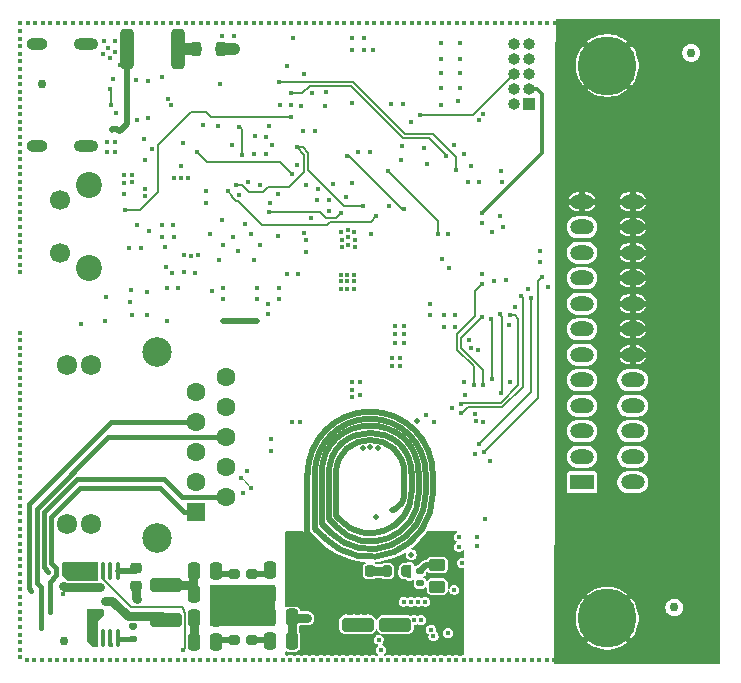
<source format=gbr>
%TF.GenerationSoftware,KiCad,Pcbnew,8.99.0-3376-g16cbb218c6*%
%TF.CreationDate,2024-12-27T08:14:29+01:00*%
%TF.ProjectId,PoE_Ethernet_GPIB_Adapter,506f455f-4574-4686-9572-6e65745f4750,rev?*%
%TF.SameCoordinates,Original*%
%TF.FileFunction,Copper,L6,Bot*%
%TF.FilePolarity,Positive*%
%FSLAX46Y46*%
G04 Gerber Fmt 4.6, Leading zero omitted, Abs format (unit mm)*
G04 Created by KiCad (PCBNEW 8.99.0-3376-g16cbb218c6) date 2024-12-27 08:14:29*
%MOMM*%
%LPD*%
G01*
G04 APERTURE LIST*
G04 Aperture macros list*
%AMRoundRect*
0 Rectangle with rounded corners*
0 $1 Rounding radius*
0 $2 $3 $4 $5 $6 $7 $8 $9 X,Y pos of 4 corners*
0 Add a 4 corners polygon primitive as box body*
4,1,4,$2,$3,$4,$5,$6,$7,$8,$9,$2,$3,0*
0 Add four circle primitives for the rounded corners*
1,1,$1+$1,$2,$3*
1,1,$1+$1,$4,$5*
1,1,$1+$1,$6,$7*
1,1,$1+$1,$8,$9*
0 Add four rect primitives between the rounded corners*
20,1,$1+$1,$2,$3,$4,$5,0*
20,1,$1+$1,$4,$5,$6,$7,0*
20,1,$1+$1,$6,$7,$8,$9,0*
20,1,$1+$1,$8,$9,$2,$3,0*%
G04 Aperture macros list end*
%TA.AperFunction,EtchedComponent*%
%ADD10C,0.000000*%
%TD*%
%TA.AperFunction,ComponentPad*%
%ADD11O,2.100000X1.000000*%
%TD*%
%TA.AperFunction,ComponentPad*%
%ADD12O,1.800000X1.000000*%
%TD*%
%TA.AperFunction,ComponentPad*%
%ADD13R,1.000000X1.000000*%
%TD*%
%TA.AperFunction,ComponentPad*%
%ADD14O,1.000000X1.000000*%
%TD*%
%TA.AperFunction,ComponentPad*%
%ADD15RoundRect,0.250000X-0.550000X0.550000X-0.550000X-0.550000X0.550000X-0.550000X0.550000X0.550000X0*%
%TD*%
%TA.AperFunction,ComponentPad*%
%ADD16C,1.600000*%
%TD*%
%TA.AperFunction,ComponentPad*%
%ADD17C,1.720000*%
%TD*%
%TA.AperFunction,ComponentPad*%
%ADD18C,2.500000*%
%TD*%
%TA.AperFunction,ComponentPad*%
%ADD19C,1.700000*%
%TD*%
%TA.AperFunction,ComponentPad*%
%ADD20C,2.200000*%
%TD*%
%TA.AperFunction,ComponentPad*%
%ADD21R,2.000000X1.270000*%
%TD*%
%TA.AperFunction,ComponentPad*%
%ADD22O,2.000000X1.270000*%
%TD*%
%TA.AperFunction,ComponentPad*%
%ADD23C,5.000000*%
%TD*%
%TA.AperFunction,SMDPad,CuDef*%
%ADD24C,0.750000*%
%TD*%
%TA.AperFunction,SMDPad,CuDef*%
%ADD25RoundRect,0.100000X0.100000X-0.637500X0.100000X0.637500X-0.100000X0.637500X-0.100000X-0.637500X0*%
%TD*%
%TA.AperFunction,SMDPad,CuDef*%
%ADD26RoundRect,0.250000X-0.250000X-0.475000X0.250000X-0.475000X0.250000X0.475000X-0.250000X0.475000X0*%
%TD*%
%TA.AperFunction,SMDPad,CuDef*%
%ADD27RoundRect,0.250000X-1.100000X0.325000X-1.100000X-0.325000X1.100000X-0.325000X1.100000X0.325000X0*%
%TD*%
%TA.AperFunction,SMDPad,CuDef*%
%ADD28RoundRect,0.135000X-0.185000X0.135000X-0.185000X-0.135000X0.185000X-0.135000X0.185000X0.135000X0*%
%TD*%
%TA.AperFunction,SMDPad,CuDef*%
%ADD29RoundRect,0.200000X-0.275000X0.200000X-0.275000X-0.200000X0.275000X-0.200000X0.275000X0.200000X0*%
%TD*%
%TA.AperFunction,SMDPad,CuDef*%
%ADD30RoundRect,0.250000X0.250000X0.475000X-0.250000X0.475000X-0.250000X-0.475000X0.250000X-0.475000X0*%
%TD*%
%TA.AperFunction,SMDPad,CuDef*%
%ADD31RoundRect,0.200000X0.275000X-0.200000X0.275000X0.200000X-0.275000X0.200000X-0.275000X-0.200000X0*%
%TD*%
%TA.AperFunction,SMDPad,CuDef*%
%ADD32RoundRect,0.135000X0.185000X-0.135000X0.185000X0.135000X-0.185000X0.135000X-0.185000X-0.135000X0*%
%TD*%
%TA.AperFunction,SMDPad,CuDef*%
%ADD33RoundRect,0.225000X-0.225000X-0.250000X0.225000X-0.250000X0.225000X0.250000X-0.225000X0.250000X0*%
%TD*%
%TA.AperFunction,SMDPad,CuDef*%
%ADD34RoundRect,0.225000X-0.250000X0.225000X-0.250000X-0.225000X0.250000X-0.225000X0.250000X0.225000X0*%
%TD*%
%TA.AperFunction,SMDPad,CuDef*%
%ADD35RoundRect,0.250000X0.312500X1.450000X-0.312500X1.450000X-0.312500X-1.450000X0.312500X-1.450000X0*%
%TD*%
%TA.AperFunction,SMDPad,CuDef*%
%ADD36RoundRect,0.250000X-0.450000X0.262500X-0.450000X-0.262500X0.450000X-0.262500X0.450000X0.262500X0*%
%TD*%
%TA.AperFunction,SMDPad,CuDef*%
%ADD37RoundRect,0.218750X-0.218750X-0.381250X0.218750X-0.381250X0.218750X0.381250X-0.218750X0.381250X0*%
%TD*%
%TA.AperFunction,SMDPad,CuDef*%
%ADD38RoundRect,0.200000X-0.200000X-0.275000X0.200000X-0.275000X0.200000X0.275000X-0.200000X0.275000X0*%
%TD*%
%TA.AperFunction,SMDPad,CuDef*%
%ADD39C,0.500000*%
%TD*%
%TA.AperFunction,ViaPad*%
%ADD40C,0.450000*%
%TD*%
%TA.AperFunction,ViaPad*%
%ADD41C,0.500000*%
%TD*%
%TA.AperFunction,Conductor*%
%ADD42C,0.800000*%
%TD*%
%TA.AperFunction,Conductor*%
%ADD43C,0.500000*%
%TD*%
%TA.AperFunction,Conductor*%
%ADD44C,0.200000*%
%TD*%
%TA.AperFunction,Conductor*%
%ADD45C,1.000000*%
%TD*%
%TA.AperFunction,Conductor*%
%ADD46C,0.300000*%
%TD*%
%TA.AperFunction,Conductor*%
%ADD47C,0.400000*%
%TD*%
%TA.AperFunction,Conductor*%
%ADD48C,0.127000*%
%TD*%
%TA.AperFunction,Conductor*%
%ADD49C,0.100000*%
%TD*%
G04 APERTURE END LIST*
D10*
%TA.AperFunction,EtchedComponent*%
%TO.C,NT1*%
G36*
X-5950000Y-16750000D02*
G01*
X-6450000Y-16750000D01*
X-6450000Y-15750000D01*
X-5950000Y-15750000D01*
X-5950000Y-16750000D01*
G37*
%TD.AperFunction*%
%TD*%
D11*
%TO.P,J3,S1,SHIELD*%
%TO.N,GND*%
X-24920000Y25245000D03*
D12*
X-29100000Y25245000D03*
D11*
X-24920000Y16605000D03*
D12*
X-29100000Y16605000D03*
%TD*%
D13*
%TO.P,J4,1,Pin_1*%
%TO.N,Net-(J4-Pin_1)*%
X12575000Y20150000D03*
D14*
%TO.P,J4,2,Pin_2*%
%TO.N,GND*%
X11305000Y20150000D03*
%TO.P,J4,3,Pin_3*%
%TO.N,/MCU/UPDI*%
X12575000Y21420000D03*
%TO.P,J4,4,Pin_4*%
%TO.N,+5V*%
X11305000Y21420000D03*
%TO.P,J4,5,Pin_5*%
%TO.N,Net-(J4-Pin_5)*%
X12575000Y22690000D03*
%TO.P,J4,6,Pin_6*%
%TO.N,/Ethernet_interface/nRST*%
X11305000Y22690000D03*
%TO.P,J4,7,Pin_7*%
%TO.N,Net-(J4-Pin_7)*%
X12575000Y23960000D03*
%TO.P,J4,8,Pin_8*%
%TO.N,unconnected-(J4-Pin_8-Pad8)*%
X11305000Y23960000D03*
%TO.P,J4,9,Pin_9*%
%TO.N,Net-(J4-Pin_9)*%
X12575000Y25230000D03*
%TO.P,J4,10,Pin_10*%
%TO.N,GND*%
X11305000Y25230000D03*
%TD*%
D15*
%TO.P,J1,1,VC2-*%
%TO.N,/Ethernet_interface/VC2-*%
X-15635000Y-14415000D03*
D16*
%TO.P,J1,2,VC1-*%
%TO.N,/Ethernet_interface/VC1-*%
X-13095000Y-13145000D03*
%TO.P,J1,3,RD-*%
%TO.N,/Ethernet_interface/RDN*%
X-15635000Y-11875000D03*
%TO.P,J1,4,RCT*%
%TO.N,Net-(J1-RCT)*%
X-13095000Y-10605000D03*
%TO.P,J1,5,RD+*%
%TO.N,/Ethernet_interface/RDP*%
X-15635000Y-9335000D03*
%TO.P,J1,6,VC2+*%
%TO.N,/Ethernet_interface/VC2+*%
X-13095000Y-8065000D03*
%TO.P,J1,7,VC1+*%
%TO.N,/Ethernet_interface/VC1+*%
X-15635000Y-6795000D03*
%TO.P,J1,8,TD-*%
%TO.N,/Ethernet_interface/TDN*%
X-13095000Y-5525000D03*
%TO.P,J1,9,TCT*%
%TO.N,Net-(J1-TCT)*%
X-15635000Y-4255000D03*
%TO.P,J1,10,TD+*%
%TO.N,/Ethernet_interface/TDP*%
X-13095000Y-2985000D03*
D17*
%TO.P,J1,11,LEDY_A*%
%TO.N,Net-(J1-LEDY_A)*%
X-24525000Y-15425000D03*
%TO.P,J1,12,LEDY_K*%
%TO.N,/Ethernet_interface/LED_LNK*%
X-26555000Y-15425000D03*
%TO.P,J1,13,LEDG_A*%
%TO.N,Net-(J1-LEDG_A)*%
X-24525000Y-1975000D03*
%TO.P,J1,14,LEDG_K*%
%TO.N,/Ethernet_interface/LED_ACT*%
X-26555000Y-1975000D03*
D18*
%TO.P,J1,SH,SHIELD*%
%TO.N,GND*%
X-18935000Y-16575000D03*
X-18935000Y-825000D03*
%TD*%
D19*
%TO.P,SW1,1,1*%
%TO.N,GND*%
X-27175000Y7550000D03*
%TO.P,SW1,2,2*%
%TO.N,Net-(R18-Pad1)*%
X-27175000Y12050000D03*
D20*
%TO.P,SW1,G,Chassis*%
%TO.N,GND*%
X-24675000Y6300000D03*
X-24675000Y13300000D03*
%TD*%
D21*
%TO.P,J2,1,Pin_1*%
%TO.N,Net-(J2-Pin_1)*%
X17055000Y-11880000D03*
D22*
%TO.P,J2,2,Pin_2*%
%TO.N,Net-(J2-Pin_2)*%
X17055000Y-9720000D03*
%TO.P,J2,3,Pin_3*%
%TO.N,Net-(J2-Pin_3)*%
X17055000Y-7560000D03*
%TO.P,J2,4,Pin_4*%
%TO.N,Net-(J2-Pin_4)*%
X17055000Y-5400000D03*
%TO.P,J2,5,Pin_5*%
%TO.N,Net-(J2-Pin_5)*%
X17055000Y-3240000D03*
%TO.P,J2,6,Pin_6*%
%TO.N,Net-(J2-Pin_6)*%
X17055000Y-1080000D03*
%TO.P,J2,7,Pin_7*%
%TO.N,Net-(J2-Pin_7)*%
X17055000Y1080000D03*
%TO.P,J2,8,Pin_8*%
%TO.N,Net-(J2-Pin_8)*%
X17055000Y3240000D03*
%TO.P,J2,9,Pin_9*%
%TO.N,Net-(J2-Pin_9)*%
X17055000Y5400000D03*
%TO.P,J2,10,Pin_10*%
%TO.N,Net-(J2-Pin_10)*%
X17055000Y7560000D03*
%TO.P,J2,11,Pin_11*%
%TO.N,Net-(J2-Pin_11)*%
X17055000Y9720000D03*
%TO.P,J2,12,Pin_12*%
%TO.N,GND*%
X17055000Y11880000D03*
%TO.P,J2,13,Pin_13*%
%TO.N,Net-(J2-Pin_13)*%
X21345000Y-11880000D03*
%TO.P,J2,14,Pin_14*%
%TO.N,Net-(J2-Pin_14)*%
X21345000Y-9720000D03*
%TO.P,J2,15,Pin_15*%
%TO.N,Net-(J2-Pin_15)*%
X21345000Y-7560000D03*
%TO.P,J2,16,Pin_16*%
%TO.N,Net-(J2-Pin_16)*%
X21345000Y-5400000D03*
%TO.P,J2,17,Pin_17*%
%TO.N,/GPIB/REN_nProt*%
X21345000Y-3240000D03*
%TO.P,J2,18,Pin_18*%
%TO.N,GND*%
X21345000Y-1080000D03*
%TO.P,J2,19,Pin_19*%
X21345000Y1080000D03*
%TO.P,J2,20,Pin_20*%
X21345000Y3240000D03*
%TO.P,J2,21,Pin_21*%
X21345000Y5400000D03*
%TO.P,J2,22,Pin_22*%
X21345000Y7560000D03*
%TO.P,J2,23,Pin_23*%
X21345000Y9720000D03*
%TO.P,J2,24,Pin_24*%
X21345000Y11880000D03*
D23*
%TO.P,J2,G,Chassis*%
X19200000Y-23400000D03*
X19200000Y23400000D03*
%TD*%
D24*
%TO.P,FID1,*%
%TO.N,*%
X-28675000Y21850000D03*
%TD*%
D25*
%TO.P,U11,1,ILIM*%
%TO.N,Net-(U11-ILIM)*%
X-22225000Y-25087500D03*
%TO.P,U11,2,CLASS*%
%TO.N,Net-(U11-CLASS)*%
X-22875000Y-25087500D03*
%TO.P,U11,3,DET*%
%TO.N,Net-(U11-DET)*%
X-23525000Y-25087500D03*
%TO.P,U11,4,VSS*%
%TO.N,/POE_5v/POE-*%
X-24175000Y-25087500D03*
%TO.P,U11,5,RTN*%
%TO.N,/POE_5v/RTN*%
X-24175000Y-19362500D03*
%TO.P,U11,6,PG*%
%TO.N,/POE_5v/PG*%
X-23525000Y-19362500D03*
%TO.P,U11,7,NC*%
%TO.N,unconnected-(U11-NC-Pad7)*%
X-22875000Y-19362500D03*
%TO.P,U11,8,VDD*%
%TO.N,/POE_5v/POE+*%
X-22225000Y-19362500D03*
%TD*%
D24*
%TO.P,FID3,*%
%TO.N,*%
X-26825000Y-25300000D03*
%TD*%
D26*
%TO.P,C47,1*%
%TO.N,/POE_5v/RTN*%
X-15800000Y-25375000D03*
%TO.P,C47,2*%
%TO.N,Net-(C47-Pad2)*%
X-13900000Y-25375000D03*
%TD*%
D27*
%TO.P,C46,1*%
%TO.N,VCC*%
X1250000Y-20975000D03*
%TO.P,C46,2*%
%TO.N,Earth*%
X1250000Y-23925000D03*
%TD*%
D28*
%TO.P,R9,1*%
%TO.N,Net-(R8-Pad1)*%
X3344856Y-19390000D03*
%TO.P,R9,2*%
%TO.N,Net-(U1-FB)*%
X3344856Y-20410000D03*
%TD*%
D29*
%TO.P,R47,1*%
%TO.N,Net-(C48-Pad2)*%
X-12400000Y-19650000D03*
%TO.P,R47,2*%
%TO.N,GND*%
X-12400000Y-21300000D03*
%TD*%
D24*
%TO.P,FID7,*%
%TO.N,*%
X26300000Y24475000D03*
%TD*%
D30*
%TO.P,C51,1*%
%TO.N,VCC*%
X-7500000Y-21325000D03*
%TO.P,C51,2*%
%TO.N,GND*%
X-9400000Y-21325000D03*
%TD*%
D31*
%TO.P,R48,1*%
%TO.N,Net-(C49-Pad2)*%
X-10900000Y-25250000D03*
%TO.P,R48,2*%
%TO.N,GND*%
X-10900000Y-23600000D03*
%TD*%
D24*
%TO.P,FID5,*%
%TO.N,*%
X24875000Y-22475000D03*
%TD*%
D32*
%TO.P,R44,1*%
%TO.N,Net-(U11-ILIM)*%
X-20950000Y-25110000D03*
%TO.P,R44,2*%
%TO.N,/POE_5v/POE-*%
X-20950000Y-24090000D03*
%TD*%
D26*
%TO.P,C48,1*%
%TO.N,/POE_5v/POE+*%
X-15800000Y-19375000D03*
%TO.P,C48,2*%
%TO.N,Net-(C48-Pad2)*%
X-13900000Y-19375000D03*
%TD*%
D30*
%TO.P,C50,1*%
%TO.N,VCC*%
X-7500000Y-19325000D03*
%TO.P,C50,2*%
%TO.N,Net-(C50-Pad2)*%
X-9400000Y-19325000D03*
%TD*%
D33*
%TO.P,C55,1*%
%TO.N,VCC*%
X-2425000Y-19400000D03*
%TO.P,C55,2*%
%TO.N,Net-(C55-Pad2)*%
X-875000Y-19400000D03*
%TD*%
D27*
%TO.P,C43,1*%
%TO.N,/POE_5v/POE+*%
X-18200000Y-20550000D03*
%TO.P,C43,2*%
%TO.N,/POE_5v/RTN*%
X-18200000Y-23500000D03*
%TD*%
D34*
%TO.P,C42,1*%
%TO.N,/POE_5v/POE+*%
X-20700000Y-19150000D03*
%TO.P,C42,2*%
%TO.N,/POE_5v/POE-*%
X-20700000Y-20700000D03*
%TD*%
D35*
%TO.P,F1,1*%
%TO.N,Net-(F1-Pad1)*%
X-17187500Y24800000D03*
%TO.P,F1,2*%
%TO.N,Net-(F1-Pad2)*%
X-21462500Y24800000D03*
%TD*%
D36*
%TO.P,R8,1*%
%TO.N,Net-(R8-Pad1)*%
X4800000Y-18887500D03*
%TO.P,R8,2*%
%TO.N,/POE_5v/SW*%
X4800000Y-20712500D03*
%TD*%
D30*
%TO.P,C49,1*%
%TO.N,Earth*%
X-7500000Y-25325000D03*
%TO.P,C49,2*%
%TO.N,Net-(C49-Pad2)*%
X-9400000Y-25325000D03*
%TD*%
D37*
%TO.P,FB2,1*%
%TO.N,Net-(F1-Pad1)*%
X-15662500Y24800000D03*
%TO.P,FB2,2*%
%TO.N,VBUS*%
X-13537500Y24800000D03*
%TD*%
D38*
%TO.P,R50,1*%
%TO.N,Net-(C55-Pad2)*%
X525000Y-19400000D03*
%TO.P,R50,2*%
%TO.N,/POE_5v/SW*%
X2175000Y-19400000D03*
%TD*%
D26*
%TO.P,C54,1*%
%TO.N,/POE_5v/POE+*%
X-15800000Y-21375000D03*
%TO.P,C54,2*%
%TO.N,GND*%
X-13900000Y-21375000D03*
%TD*%
D30*
%TO.P,C52,1*%
%TO.N,Earth*%
X-7500000Y-23325000D03*
%TO.P,C52,2*%
%TO.N,GND*%
X-9400000Y-23325000D03*
%TD*%
D39*
%TO.P,NT1,1,1*%
%TO.N,VCC*%
X-6200000Y-16750000D03*
%TO.P,NT1,2,2*%
%TO.N,/POE_5v/SW*%
X-6200000Y-15750000D03*
%TD*%
D27*
%TO.P,C45,1*%
%TO.N,VCC*%
X-1950000Y-20975000D03*
%TO.P,C45,2*%
%TO.N,Earth*%
X-1950000Y-23925000D03*
%TD*%
D29*
%TO.P,R49,1*%
%TO.N,Net-(C50-Pad2)*%
X-10900000Y-19650000D03*
%TO.P,R49,2*%
%TO.N,GND*%
X-10900000Y-21300000D03*
%TD*%
D31*
%TO.P,R46,1*%
%TO.N,Net-(C47-Pad2)*%
X-12400000Y-25250000D03*
%TO.P,R46,2*%
%TO.N,GND*%
X-12400000Y-23600000D03*
%TD*%
D26*
%TO.P,C53,1*%
%TO.N,/POE_5v/RTN*%
X-15800000Y-23375000D03*
%TO.P,C53,2*%
%TO.N,GND*%
X-13900000Y-23375000D03*
%TD*%
D40*
%TO.N,VCC*%
X-7750000Y-19700000D03*
%TO.N,GND*%
X21091994Y-26900000D03*
X-1750000Y-3400000D03*
X6600000Y20400000D03*
X8200000Y-16500000D03*
X5791994Y-26900000D03*
X28400000Y9241994D03*
X-30500000Y16741994D03*
X28400000Y14341994D03*
X-30500000Y21200000D03*
X28400000Y6050000D03*
X-7550000Y27000000D03*
X950000Y-1350000D03*
X-2900000Y12300000D03*
X-24829003Y-26900000D03*
X-22450000Y16925000D03*
X1650000Y-1350000D03*
X28400000Y-25204003D03*
X-10700000Y6975000D03*
X-30500000Y11641994D03*
X28400000Y-10529003D03*
X-6525000Y17825000D03*
X19850000Y27000000D03*
X14150000Y4625000D03*
X-25400000Y27000000D03*
X28400000Y-23925000D03*
X-23500000Y27000000D03*
X-16479003Y27000000D03*
X-30500000Y22470997D03*
X21720997Y-26900000D03*
X-3729003Y27000000D03*
X-16700000Y16875000D03*
X666994Y-26900000D03*
X1250000Y-50000D03*
X-30500000Y26300000D03*
X28108006Y-26900000D03*
X-11379003Y27000000D03*
X-15270997Y-26900000D03*
X-30500000Y-7479003D03*
X-11300000Y-10900000D03*
X-23487735Y24386125D03*
X22400000Y27000000D03*
X-1425000Y25725000D03*
X4550000Y27000000D03*
X7700000Y-26900000D03*
X-30500000Y-23483006D03*
X-30500000Y-4300000D03*
X-9250000Y-21650000D03*
X10891994Y-26900000D03*
X-30500000Y14191994D03*
X10975000Y-3350000D03*
X-7050000Y15025000D03*
X19820997Y-26900000D03*
X28400000Y14970997D03*
X-19725000Y22075000D03*
X-21700000Y13500000D03*
X1950000Y650000D03*
X3216994Y-26900000D03*
X-30500000Y12920997D03*
X-9533006Y-26900000D03*
X-30500000Y19920997D03*
X-18475000Y22475000D03*
X26870997Y27000000D03*
X-28600000Y27000000D03*
X28400000Y-329003D03*
X-30500000Y-19654003D03*
X-30500000Y21841994D03*
X-30500000Y-11308006D03*
X28400000Y4141994D03*
X3950000Y15100000D03*
X-11200000Y-20750000D03*
X28400000Y-9250000D03*
X9020997Y27000000D03*
X8200000Y-17300000D03*
X-2450000Y13425000D03*
X28400000Y20720997D03*
X-15700000Y5875000D03*
X-10750000Y27000000D03*
X28400000Y16250000D03*
X-30500000Y5900000D03*
X-30500000Y-25412991D03*
X28400000Y7970997D03*
X6200000Y16700000D03*
X-15200000Y27000000D03*
X-25470997Y-26900000D03*
X2000000Y27000000D03*
X-19775000Y4200000D03*
X28400000Y7320997D03*
X10900000Y1450000D03*
X-22474998Y16125000D03*
X-22279003Y-26900000D03*
X-19625000Y9400000D03*
X28400000Y10520997D03*
X2550000Y18600000D03*
X-29300000Y-26900000D03*
X-22525000Y24550000D03*
X-10550000Y-20750000D03*
X12850000Y27000000D03*
X-2375000Y25725000D03*
X-30500000Y-22854003D03*
X5150000Y-26900000D03*
X3920997Y27000000D03*
X28400000Y2870997D03*
X-13300000Y27000000D03*
X-15900000Y-26900000D03*
X13500000Y7730002D03*
X-1820997Y27000000D03*
X25600000Y27000000D03*
X-12400000Y25880000D03*
X-30500000Y-11970997D03*
X20500000Y27000000D03*
X-20625000Y9875000D03*
X28400000Y-2879003D03*
X28400000Y-12454003D03*
X-30500000Y170997D03*
X-2450000Y-3400000D03*
X28400000Y-23295997D03*
X-17725000Y20025000D03*
X100000Y27000000D03*
X-4400000Y11100000D03*
X28400000Y-20745997D03*
X5100000Y24000000D03*
X28400000Y-11825000D03*
X-30500000Y-13891994D03*
X-13000000Y-22400000D03*
X-2525000Y-26900000D03*
X-550000Y27000000D03*
X-15450000Y7325000D03*
X-30500000Y-6208006D03*
X28400000Y16891994D03*
X10229998Y14500000D03*
X-9300000Y-23750000D03*
X-23175000Y16950000D03*
X-26679003Y27000000D03*
X-2450000Y27000000D03*
X-30500000Y-18375000D03*
X-9275000Y-9250000D03*
X28400000Y-9879003D03*
X-30500000Y-21583006D03*
X-12650000Y27000000D03*
X1250000Y650000D03*
X-9725000Y15950000D03*
X-8254003Y-26900000D03*
X-30500000Y-26041994D03*
X-30500000Y13550000D03*
X-26050000Y27000000D03*
X-30500000Y11000000D03*
X-3300000Y8675000D03*
X16670997Y27000000D03*
X-9675000Y17350000D03*
X-30500000Y9720997D03*
X-14570997Y27000000D03*
X-23150000Y16100000D03*
X14750000Y27000000D03*
X-21700000Y12500000D03*
X1950000Y1350000D03*
X28400000Y26450000D03*
X1370997Y27000000D03*
X-30500000Y-10679003D03*
X26208006Y-26900000D03*
X28449695Y-26406613D03*
X-10500000Y3625000D03*
X-11200000Y13525000D03*
X1250000Y1350000D03*
X6330002Y2250000D03*
X12170997Y-26900000D03*
X-24200000Y-26900000D03*
X-14629003Y-26900000D03*
X-8200000Y27000000D03*
X-30500000Y16100000D03*
X7025000Y15900000D03*
X28400000Y-4150000D03*
X-7625000Y-26900000D03*
X21770997Y27000000D03*
X11520997Y-26900000D03*
X-30500000Y7170997D03*
X24279003Y-26900000D03*
X-21650000Y-26900000D03*
X28400000Y320997D03*
X28400000Y-24575000D03*
X6700000Y25300000D03*
X-29870997Y27000000D03*
X19100000Y-7600000D03*
X-6354003Y-26900000D03*
X28400000Y13700000D03*
X-17820997Y-26900000D03*
X-30500000Y-2379003D03*
X17270997Y-26900000D03*
X-12500000Y8900000D03*
X-4433006Y-26900000D03*
X-30500000Y27000000D03*
X6700000Y21500000D03*
X28400000Y12420997D03*
X9575000Y5150000D03*
X-30500000Y-17100000D03*
X-30500000Y-16450000D03*
X17300000Y27000000D03*
X5200000Y27000000D03*
X-18000000Y20600000D03*
X-22925000Y24075000D03*
X-16550000Y-26900000D03*
X28400000Y25170997D03*
X-2225000Y9350000D03*
X-19029003Y27000000D03*
X-30500000Y10370997D03*
X-10625000Y17425000D03*
X28400000Y-19475000D03*
X10250000Y-26900000D03*
X-6920997Y27000000D03*
X4150000Y3219996D03*
X-18525000Y8875000D03*
X7369998Y13550000D03*
X-15850000Y27000000D03*
X8000000Y-9525000D03*
X-30500000Y8450000D03*
X28400000Y-20104003D03*
X-4600000Y21140000D03*
X18579003Y27000000D03*
X-3154003Y-26900000D03*
X-28650000Y-26900000D03*
X3279003Y27000000D03*
X-30500000Y25020997D03*
X-30500000Y-479003D03*
X-30500000Y-19004003D03*
X19100000Y-9725000D03*
X-16900000Y14875000D03*
X-6700000Y19975000D03*
X16029003Y27000000D03*
X-13400000Y25880000D03*
X-12750000Y-20750000D03*
X-21579003Y27000000D03*
X-19670997Y27000000D03*
X8625000Y10100000D03*
X28400000Y-18195997D03*
X-20675000Y22200000D03*
X-20370997Y-26900000D03*
X-30500000Y-24770997D03*
X25000Y-26900000D03*
X-21071095Y13511067D03*
X-9450000Y18250000D03*
X28400000Y-3508006D03*
X-30500000Y-14520997D03*
X9620997Y-26900000D03*
X-30500000Y-20304003D03*
X-23250000Y3800000D03*
X-22625000Y22225000D03*
X1945997Y-26900000D03*
X-30500000Y800000D03*
X-20950000Y27000000D03*
X-30500000Y-4929003D03*
X12200000Y27000000D03*
X19100000Y-5275000D03*
X-19700000Y18950000D03*
X-18450000Y-26900000D03*
X-2200000Y8000000D03*
X9250000Y-10050000D03*
X28400000Y8600000D03*
X-12050000Y-20750000D03*
X-24770997Y27000000D03*
X-3986845Y13388155D03*
X28400000Y21991994D03*
X-19729003Y-26900000D03*
X14720997Y-26900000D03*
X28400000Y13070997D03*
X28400000Y5420997D03*
X950000Y-2050000D03*
X6700000Y22800000D03*
X8600000Y5725000D03*
X11425000Y2950000D03*
X-9550000Y2375000D03*
X15350000Y-26900000D03*
X-3325000Y9350000D03*
X28400000Y21350000D03*
X28400000Y-18825000D03*
X-30500000Y-20933006D03*
X-14800000Y12800000D03*
X-30500000Y25670997D03*
X-8675000Y12500000D03*
X10929003Y27000000D03*
X-9470997Y27000000D03*
X-10175000Y-26900000D03*
X19220997Y27000000D03*
X4495997Y-26900000D03*
X-4710000Y20000000D03*
X24950000Y27000000D03*
X28400000Y-5429003D03*
X-30500000Y-3029003D03*
X-30500000Y9091994D03*
X-6300000Y13300000D03*
X28400000Y6691994D03*
X-7575000Y20075000D03*
X-18500000Y9900000D03*
X-24129003Y27000000D03*
X-30500000Y-15800000D03*
X28400000Y-7979003D03*
X-14000000Y-26900000D03*
X8650000Y-6800000D03*
X-13325000Y3625000D03*
X-10804003Y-26900000D03*
X-20300000Y7925000D03*
X28400000Y-25845997D03*
X-30500000Y15470997D03*
X28400000Y-2229003D03*
X-2200000Y8675000D03*
X1950000Y-50000D03*
X28400000Y-22025000D03*
X-604003Y-26900000D03*
X-30500000Y-5579003D03*
X14070997Y-26900000D03*
X-23425000Y25500000D03*
X-30500000Y-1108006D03*
X-22220997Y27000000D03*
X8379003Y27000000D03*
X-13400000Y10300000D03*
X-29929003Y-26900000D03*
X-10100000Y27000000D03*
X-26100000Y-26900000D03*
X-13300000Y8200000D03*
X-17120997Y27000000D03*
X15400000Y27000000D03*
X24320997Y27000000D03*
X28400000Y18170997D03*
X-6975000Y5750000D03*
X-30500000Y-1750000D03*
X5725000Y9150000D03*
X-22525000Y25500000D03*
X-2775000Y9475000D03*
X-30500000Y20570997D03*
X-17179003Y-26900000D03*
X19170997Y-26900000D03*
X-9250000Y-20900000D03*
X21129003Y27000000D03*
X28400000Y22620997D03*
X18541994Y-26900000D03*
X-17750000Y27000000D03*
X28400000Y-1600000D03*
X-29229003Y27000000D03*
X28400000Y-6700000D03*
X-13600000Y-22400000D03*
X-12100000Y7700000D03*
X-11650000Y-12750000D03*
X-30500000Y-13250000D03*
X13441994Y-26900000D03*
X-8675000Y9000000D03*
X-3804003Y-26900000D03*
X-30500000Y18020997D03*
X5100000Y25300000D03*
X-21071487Y14125190D03*
X28400000Y3500000D03*
X15991994Y-26900000D03*
X11570997Y27000000D03*
X-30500000Y-10029003D03*
X-30500000Y-15170997D03*
X-26750000Y-26900000D03*
X28400000Y-15004003D03*
X28400000Y-6058006D03*
X-30500000Y18650000D03*
X7100000Y-3350000D03*
X14120997Y27000000D03*
X8700000Y19300000D03*
X-12575000Y16700000D03*
X-1179003Y27000000D03*
X-30500000Y12270997D03*
X17900000Y-26900000D03*
X-3100000Y27000000D03*
X-30500000Y-12620997D03*
X-14800000Y11800000D03*
X-1883006Y-26900000D03*
X-5881031Y10465631D03*
X-5325000Y12950000D03*
X28400000Y-16275000D03*
X-5650000Y27000000D03*
X7100000Y27000000D03*
X-22920997Y-26900000D03*
X-12083006Y-26900000D03*
X12450000Y4475000D03*
X28400000Y11150000D03*
X7650001Y14925001D03*
X1650000Y-2050000D03*
X-11000000Y9100000D03*
X28400000Y1591994D03*
X17950000Y27000000D03*
X7450000Y125000D03*
X-9550000Y3225000D03*
X1880000Y20150000D03*
X28400000Y2220997D03*
X28400000Y-15645997D03*
X28400000Y9870997D03*
X28400000Y4770997D03*
X8250000Y-675000D03*
X-5704003Y-26900000D03*
X-1875000Y16075000D03*
X-28020997Y-26900000D03*
X-850000Y9150000D03*
X-30500000Y-22212009D03*
X-2450000Y-4700000D03*
X28400000Y-17554003D03*
X7070997Y-26900000D03*
X-15049997Y18379999D03*
X-2450000Y-4050000D03*
X-2775000Y8875000D03*
X26837009Y-26900000D03*
X-9300000Y-23000000D03*
X-30500000Y23750000D03*
X28400000Y19441994D03*
X-11200000Y-23850000D03*
X28400000Y18800000D03*
X25558006Y-26900000D03*
X-3300000Y8000000D03*
X-16050000Y7275000D03*
X28400000Y-22654003D03*
X19150000Y-11925000D03*
X7750000Y27000000D03*
X28400000Y23270997D03*
X16620997Y-26900000D03*
X27500000Y27000000D03*
X28400000Y-8608006D03*
X5100000Y21500000D03*
X-30500000Y17370997D03*
X8970997Y-26900000D03*
X28400000Y-13725000D03*
X28400000Y17520997D03*
X-6300000Y7650000D03*
X26229003Y27000000D03*
X-30500000Y-6850000D03*
X-27950000Y27000000D03*
X3845997Y-26900000D03*
X-19100000Y-26900000D03*
X28400000Y-7329003D03*
X-6279003Y27000000D03*
X-21700000Y14150000D03*
X-23050000Y24900000D03*
X12800000Y-26900000D03*
X28400000Y-14375000D03*
X8010000Y-6115161D03*
X-30500000Y-17729003D03*
X-13600000Y21850000D03*
X-30500000Y19291994D03*
X23629003Y-26900000D03*
X10300000Y27000000D03*
X28400000Y-958006D03*
X-23550000Y-26900000D03*
X-13750000Y18250000D03*
X-14400000Y9100000D03*
X-12020997Y27000000D03*
X-13700000Y6975000D03*
X13479003Y27000000D03*
X-5000000Y27000000D03*
X-8829003Y27000000D03*
X-27379003Y-26900000D03*
X-9375000Y11775000D03*
X28400000Y-21375000D03*
X-8904003Y-26900000D03*
X28400000Y20070997D03*
X-10200000Y8200000D03*
X28400000Y25820997D03*
X5825000Y6275000D03*
X-13350000Y-26900000D03*
X2650000Y27000000D03*
X-21000000Y-26900000D03*
X-5075000Y-26900000D03*
X28400000Y-13095997D03*
X-4370997Y27000000D03*
X-11454003Y-26900000D03*
X-12750000Y-23850000D03*
X-12725000Y-26900000D03*
X-30500000Y6541994D03*
X-12100000Y-23850000D03*
X6420997Y-26900000D03*
X-30500000Y-9400000D03*
X28400000Y-11175000D03*
X9650000Y27000000D03*
X-11975000Y12475000D03*
X-6500000Y22700000D03*
X28400000Y-4779003D03*
X-14200000Y-22400000D03*
X23050000Y27000000D03*
X28400000Y15620997D03*
X-30500000Y-8758006D03*
X-8575000Y3600000D03*
X-18400000Y27000000D03*
X28400000Y24541994D03*
X-30500000Y14820997D03*
X-20625000Y18775000D03*
X6329998Y1300000D03*
X-16625000Y7350000D03*
X-6983006Y-26900000D03*
X23679003Y27000000D03*
X6470997Y27000000D03*
X-30500000Y-8129003D03*
X-10550000Y-23850000D03*
X7647525Y-494258D03*
X-19750000Y2275000D03*
X1295997Y-26900000D03*
X-7400000Y25775000D03*
X2575000Y-26900000D03*
X7125000Y-4450000D03*
X28400000Y23900000D03*
X-22850000Y27000000D03*
X-27320997Y27000000D03*
X-30500000Y-24141994D03*
X-30500000Y24391994D03*
X23000000Y-26900000D03*
X6075000Y-5550000D03*
X27479003Y-26900000D03*
X-30500000Y-3658006D03*
X675000Y11525000D03*
X-7895000Y23325002D03*
X28400000Y-16925000D03*
X8341994Y-26900000D03*
X10625000Y5225000D03*
X-11500000Y10000000D03*
X28150000Y27000000D03*
X10375000Y9725000D03*
X-30500000Y23120997D03*
X20450000Y-26900000D03*
X-18100000Y1750000D03*
X-13929003Y27000000D03*
X6700000Y24000000D03*
X-30500000Y7820997D03*
X-1254003Y-26900000D03*
X-30500000Y-26700000D03*
X-2750000Y8250000D03*
X-22375000Y19375000D03*
X28400000Y950000D03*
X22370997Y-26900000D03*
X-20300000Y27000000D03*
X28400000Y11791994D03*
X24929003Y-26900000D03*
X-1750000Y-4450000D03*
X8075000Y-6700000D03*
X5100000Y22800000D03*
X729003Y27000000D03*
X5829003Y27000000D03*
%TO.N,VCC*%
X-2575000Y-21325000D03*
X-3050000Y-19950000D03*
X-6850000Y-20900000D03*
X-3500000Y-19400000D03*
X-4500000Y-23500000D03*
X-3050000Y-18950000D03*
X-7550000Y-20900000D03*
X-6200000Y-20900000D03*
X2494856Y-20762498D03*
X-7750000Y-19000000D03*
%TO.N,/POE_5v/SW*%
X4800000Y-20450000D03*
D41*
X1000000Y-14200000D03*
X-400635Y-14856313D03*
D40*
X2450000Y-19800000D03*
X1900000Y-19450000D03*
D41*
X2599996Y-17999999D03*
D40*
X2450000Y-19050000D03*
%TO.N,Net-(U1-FB)*%
X3300000Y-20400000D03*
%TO.N,Net-(J3-D+-PadA6)*%
X-22850000Y20025000D03*
X-22875000Y21450000D03*
%TO.N,Net-(F1-Pad2)*%
X-22750000Y17975000D03*
X-22100000Y23425000D03*
X-21462500Y23450000D03*
X-22062500Y17837500D03*
%TO.N,VBUS*%
X-12800000Y24820000D03*
X-13800000Y24820000D03*
X-12300000Y24820000D03*
X-13300000Y24800000D03*
%TO.N,+5V*%
X-19975000Y15400000D03*
X-5779345Y21079345D03*
X-3375000Y5125000D03*
X-19975000Y12975000D03*
X-19350000Y16350000D03*
X-1425000Y24750000D03*
X-19975000Y12350000D03*
X-2225000Y4525000D03*
X-2800000Y4525000D03*
X-900000Y16050000D03*
X-5550000Y17825000D03*
X-2375000Y24750000D03*
X-2800000Y5700000D03*
X-2450000Y20250000D03*
X8375000Y13575000D03*
X1750000Y15425000D03*
X-2225000Y5125000D03*
X-3375000Y4525000D03*
X-625000Y24750000D03*
X4150000Y2260002D03*
X-8550000Y20075000D03*
X-2225000Y5700000D03*
X-3375000Y5700000D03*
X1825000Y16625000D03*
X-20000000Y17200000D03*
X5370000Y2250002D03*
X-2800000Y5125000D03*
X13500000Y6770000D03*
X10250000Y13575000D03*
X920000Y20150000D03*
X3650000Y16450000D03*
X5370000Y1300002D03*
%TO.N,/MCU/MCU_RX*%
X-7550000Y21075000D03*
X5541847Y15743261D03*
%TO.N,/MCU/MCU_TX*%
X-8585000Y22050000D03*
X6375000Y14550000D03*
%TO.N,Net-(J4-Pin_1)*%
X8300000Y18800000D03*
%TO.N,Net-(J4-Pin_5)*%
X5100000Y20100000D03*
%TO.N,/MCU/UPDI*%
X8625000Y10925000D03*
%TO.N,/MCU/LED_R*%
X-21025000Y2250000D03*
X5200000Y7000000D03*
%TO.N,/MCU/LED_B*%
X10075000Y10675000D03*
X-21150000Y4400000D03*
%TO.N,/MCU/LED_G*%
X-21175000Y3425000D03*
X9475000Y9300000D03*
%TO.N,/Ethernet_interface/XI*%
X-11750000Y15800000D03*
X-11950000Y18200000D03*
%TO.N,/Ethernet_interface/nINT*%
X4850002Y9150000D03*
X625000Y14500000D03*
%TO.N,/Ethernet_interface/MISO*%
X2025000Y11275000D03*
X-2875000Y15775000D03*
%TO.N,/Ethernet_interface/nRST*%
X-7595000Y19050000D03*
X3300000Y19200000D03*
X-21650000Y11137500D03*
%TO.N,/Ethernet_interface/nCS*%
X-1500000Y11550000D03*
X-12200000Y13250000D03*
X-7100000Y16500000D03*
%TO.N,/Ethernet_interface/SCK*%
X-350000Y10650000D03*
X-12925000Y12750000D03*
%TO.N,+3.3V*%
X-21275000Y7925000D03*
X-23289768Y1761544D03*
X-16875000Y13900000D03*
X-25400000Y1550000D03*
X-18218277Y8043277D03*
X-16300000Y13900000D03*
X-17500000Y13900000D03*
X-17525000Y8900000D03*
X-17550000Y9925000D03*
X-10700000Y15950000D03*
%TO.N,/Ethernet_interface/nINT_3*%
X-15550000Y16050000D03*
X-7500000Y14200000D03*
%TO.N,/Ethernet_interface/MOSI*%
X-3375000Y10925000D03*
X-9450000Y10975000D03*
%TO.N,+3.3VA*%
X-17650000Y5875000D03*
X-6453133Y9228781D03*
X-14300000Y4300000D03*
X-17150000Y4600000D03*
X-8600000Y4575000D03*
X-10500000Y4575000D03*
X-5350000Y12025000D03*
X-4400000Y12025000D03*
X-7950000Y5750000D03*
X-16675000Y5900000D03*
X-18075000Y4600000D03*
X-13350000Y4575000D03*
X-18150000Y6325000D03*
X-6300000Y8625000D03*
%TO.N,/Ethernet_interface/VC1+*%
X-29575000Y-21075000D03*
%TO.N,/Ethernet_interface/VC2+*%
X-28750000Y-24250000D03*
%TO.N,/Ethernet_interface/VC2-*%
X-28000000Y-22900000D03*
%TO.N,/Ethernet_interface/VC1-*%
X-28118000Y-19450000D03*
%TO.N,/Ethernet_interface/LED_LNK*%
X-9225000Y16675000D03*
%TO.N,/Ethernet_interface/LED_ACT*%
X-10175000Y13325000D03*
%TO.N,/GPIB/DIO2*%
X8600000Y2125000D03*
X8675000Y-3625000D03*
%TO.N,/GPIB/DIO7*%
X12725000Y3700000D03*
X8350000Y-8625002D03*
%TO.N,/GPIB/DIO8*%
X8800000Y-9300000D03*
X13650000Y5475000D03*
%TO.N,/GPIB/DIO1*%
X7875000Y-3650000D03*
X8600000Y4925000D03*
%TO.N,/GPIB/DIO6*%
X6800000Y-6050000D03*
X11850000Y3925000D03*
%TO.N,/GPIB/DIO5*%
X10975000Y2250000D03*
X6850000Y-5250000D03*
%TO.N,/GPIB/DIO3*%
X9375000Y1925000D03*
X9450000Y-3175000D03*
%TO.N,/GPIB/DIO4*%
X10225000Y-4300000D03*
X10075000Y2350000D03*
%TO.N,Net-(J1-RCT)*%
X-10499998Y1740000D03*
X-13349998Y1740000D03*
%TO.N,Earth*%
X1950000Y-22000000D03*
X2800000Y-23550000D03*
X3208006Y-22000000D03*
X6650000Y-17325000D03*
X-6200000Y-23400000D03*
X4483606Y-24934014D03*
X6250000Y-20975000D03*
X-150000Y-25200000D03*
X-7750000Y-24850000D03*
X-7750000Y-25520000D03*
X2150000Y-23550000D03*
X3800000Y-22000000D03*
X-6800000Y-23400000D03*
X5700000Y-24650000D03*
X3429003Y-23550000D03*
X2579003Y-22000000D03*
X300000Y-23550000D03*
X4250000Y-24350000D03*
X6900000Y-18700000D03*
X-1058006Y-23500000D03*
X-2279003Y-23500000D03*
X-7450000Y-23400000D03*
X-1650000Y-23500000D03*
X-2908006Y-23500000D03*
X50000Y-26075000D03*
X929003Y-23550000D03*
X1558006Y-23550000D03*
X6650000Y-16500000D03*
%TO.N,/POE_5v/POE+*%
X-26850000Y-20650000D03*
X-19250000Y-20900000D03*
X-24400000Y-20750000D03*
X-26850000Y-21300000D03*
X-15450000Y-21050000D03*
X-23750000Y-20750000D03*
X-20900000Y-18950000D03*
X-20750000Y-19500000D03*
X-17150000Y-20900000D03*
X-15450000Y-21650000D03*
X-18250000Y-20900000D03*
%TO.N,/POE_5v/POE-*%
X-23700000Y-22850000D03*
X-24600000Y-22800000D03*
X-20950000Y-24200000D03*
X-24150000Y-23250000D03*
X-20647472Y-21763000D03*
%TO.N,/POE_5v/PG*%
X-16725000Y-26075000D03*
%TO.N,Net-(U11-DET)*%
X-23525000Y-25175000D03*
%TO.N,Net-(U11-CLASS)*%
X-22850000Y-25650000D03*
%TO.N,/POE_5v/RTN*%
X-26000000Y-19150000D03*
X-19200000Y-23150000D03*
X-22700000Y-21900000D03*
X-15500000Y-23800000D03*
X-26600000Y-19150000D03*
X-23350000Y-21900000D03*
X-18250000Y-23150000D03*
X-17150000Y-23150000D03*
X-15500000Y-23150000D03*
%TO.N,/POE_5v/CM*%
X-9275000Y-8250000D03*
D41*
X3120000Y-6680000D03*
D40*
X8850000Y-14975000D03*
%TO.N,/POE_5v/SEC*%
X-7525000Y-6750000D03*
D41*
X-879643Y-8900000D03*
X-250000Y-9000000D03*
X-1475000Y-9000000D03*
D40*
X4549997Y-6800003D03*
X-6800000Y-6750000D03*
X3862077Y-6212924D03*
%TO.N,/Ethernet_interface/RDP*%
X-10950000Y-12350000D03*
X-11775000Y-11550000D03*
%TD*%
D42*
%TO.N,Earth*%
X-7500000Y-25325000D02*
X-7500000Y-23325000D01*
X-6200000Y-23400000D02*
X-7450000Y-23400000D01*
D43*
%TO.N,VCC*%
X-3000000Y-19950000D02*
X-1975000Y-20975000D01*
X-1975000Y-20975000D02*
X-1950000Y-20975000D01*
X-3500000Y-19400000D02*
X-3500000Y-19450000D01*
X-3500000Y-19450000D02*
X-3050000Y-19900000D01*
X-3550000Y-19400000D02*
X-3500000Y-19400000D01*
X-3050000Y-19900000D02*
X-3050000Y-19950000D01*
X-3050000Y-19950000D02*
X-3000000Y-19950000D01*
X-6200000Y-16750000D02*
X-3550000Y-19400000D01*
%TO.N,/POE_5v/SW*%
X-4971218Y-15400736D02*
X-4179392Y-16192562D01*
X-6177191Y-11196649D02*
X-6200000Y-11219458D01*
X-4375305Y-14995935D02*
X-4375305Y-11197363D01*
X3224695Y-10996649D02*
X3224695Y-12846649D01*
X-6200000Y-11219458D02*
X-6200000Y-15714953D01*
X-3478582Y-15024709D02*
X-3733159Y-14770132D01*
X-4975305Y-11021649D02*
X-4975305Y-15371649D01*
X3824695Y-12846649D02*
X3824695Y-11196649D01*
X2624695Y-12696649D02*
X2624695Y-11046649D01*
X-4708326Y-16629670D02*
X-5541347Y-15796649D01*
X-5575305Y-15729670D02*
X-5575305Y-11296649D01*
X-3786568Y-15585385D02*
X-4364041Y-15007912D01*
X4424695Y-11196649D02*
X4424695Y-12846649D01*
X-3775305Y-14696649D02*
X-3775305Y-11246649D01*
X-3478582Y-15024709D02*
G75*
G03*
X2624696Y-12696649I2607626J2328061D01*
G01*
X2025126Y-11197080D02*
G75*
G03*
X-3775736Y-11197080I-2900431J0D01*
G01*
X-3815211Y-15574122D02*
G75*
G03*
X3226044Y-12846649I2992376J2727473D01*
G01*
X4424695Y-11197592D02*
G75*
G03*
X-6177191Y-11197592I-5300943J0D01*
G01*
X-4708326Y-16629670D02*
G75*
G03*
X4424695Y-12846649I3783021J3783022D01*
G01*
X3824695Y-11196649D02*
G75*
G03*
X-5577431Y-11196649I-4701063J0D01*
G01*
X2626123Y-11198077D02*
G75*
G03*
X-4376733Y-11198077I-3501428J0D01*
G01*
X3224695Y-11196649D02*
G75*
G03*
X-4990533Y-11196649I-4107614J0D01*
G01*
X-4198707Y-16170051D02*
G75*
G03*
X3824695Y-12846649I3323402J3323402D01*
G01*
%TO.N,Net-(R8-Pad1)*%
X4800000Y-18887500D02*
X3847356Y-18887500D01*
X3847356Y-18887500D02*
X3344856Y-19390000D01*
D44*
%TO.N,Net-(J3-D+-PadA6)*%
X-22850000Y20025000D02*
X-22850000Y21425000D01*
X-22850000Y21425000D02*
X-22875000Y21450000D01*
D43*
%TO.N,Net-(F1-Pad2)*%
X-22062500Y17837500D02*
X-22112500Y17837500D01*
X-22275000Y18000000D02*
X-22725000Y18000000D01*
X-21462500Y18437500D02*
X-22062500Y17837500D01*
X-21462500Y18552500D02*
X-21462500Y18437500D01*
X-22112500Y17837500D02*
X-22275000Y18000000D01*
X-21462500Y18552500D02*
X-21462500Y24800000D01*
X-22725000Y18000000D02*
X-22750000Y17975000D01*
D45*
%TO.N,VBUS*%
X-13300000Y24800000D02*
X-12400000Y24800000D01*
X-13537500Y24800000D02*
X-13300000Y24800000D01*
D44*
%TO.N,/MCU/MCU_RX*%
X-7550000Y21075000D02*
X-6625000Y21075000D01*
X-6000000Y21700000D02*
X-2500000Y21700000D01*
X-7550000Y21075000D02*
X-7505000Y21030000D01*
X-2500000Y21700000D02*
X1900000Y17300000D01*
X4100000Y17300000D02*
X5541847Y15858153D01*
X5541847Y15858153D02*
X5541847Y15743261D01*
X-6625000Y21075000D02*
X-6000000Y21700000D01*
X1900000Y17300000D02*
X4100000Y17300000D01*
%TO.N,/MCU/MCU_TX*%
X4400000Y17600000D02*
X6375000Y15625000D01*
X-2350000Y22050000D02*
X2100000Y17600000D01*
X6375000Y15625000D02*
X6375000Y14550000D01*
X2100000Y17600000D02*
X4400000Y17600000D01*
X-8585000Y22050000D02*
X-2350000Y22050000D01*
D46*
%TO.N,/MCU/UPDI*%
X13282106Y21420000D02*
X13700000Y21002106D01*
X12575000Y21420000D02*
X13282106Y21420000D01*
X13700000Y16000000D02*
X8625000Y10925000D01*
X13700000Y21002106D02*
X13700000Y16000000D01*
D44*
%TO.N,/Ethernet_interface/XI*%
X-11750000Y15800000D02*
X-11750000Y18000000D01*
X-11750000Y18000000D02*
X-11950000Y18200000D01*
%TO.N,/Ethernet_interface/nINT*%
X625000Y14500000D02*
X4850002Y10274998D01*
X4850002Y10274998D02*
X4850002Y9150000D01*
%TO.N,/Ethernet_interface/MISO*%
X-2700000Y15775000D02*
X1800000Y11275000D01*
X1800000Y11275000D02*
X2025000Y11275000D01*
X-2875000Y15775000D02*
X-2700000Y15775000D01*
%TO.N,/Ethernet_interface/nRST*%
X-21650000Y11137500D02*
X-20367256Y11137500D01*
X-18850000Y16675000D02*
X-16075000Y19450000D01*
X-18850000Y12654756D02*
X-18850000Y16675000D01*
X3300000Y19200000D02*
X7815000Y19200000D01*
X-14375000Y19050000D02*
X-7595000Y19050000D01*
X7815000Y19200000D02*
X11305000Y22690000D01*
X-16075000Y19450000D02*
X-14775000Y19450000D01*
X-20367256Y11137500D02*
X-18850000Y12654756D01*
X-14775000Y19450000D02*
X-14375000Y19050000D01*
%TO.N,/Ethernet_interface/nCS*%
X-6470000Y15870000D02*
X-7100000Y16500000D01*
X-3075000Y11550000D02*
X-6100000Y14575000D01*
X-6575000Y16500000D02*
X-7100000Y16500000D01*
X-6100000Y16025000D02*
X-6575000Y16500000D01*
X-7775000Y13100000D02*
X-6470000Y14405000D01*
X-9520000Y13100000D02*
X-7775000Y13100000D01*
X-6470000Y14405000D02*
X-6470000Y15870000D01*
X-11165244Y12670000D02*
X-9950000Y12670000D01*
X-9950000Y12670000D02*
X-9520000Y13100000D01*
X-12200000Y13250000D02*
X-11745244Y13250000D01*
X-11745244Y13250000D02*
X-11165244Y12670000D01*
X-6100000Y14575000D02*
X-6100000Y16025000D01*
X-1500000Y11550000D02*
X-3075000Y11550000D01*
%TO.N,/Ethernet_interface/SCK*%
X-12555000Y12380000D02*
X-12555000Y12234756D01*
X-12925000Y12750000D02*
X-12555000Y12380000D01*
X-12070000Y11895000D02*
X-10060631Y9885631D01*
X-4300735Y10150001D02*
X-849999Y10150001D01*
X-849999Y10150001D02*
X-350000Y10650000D01*
X-4565105Y9885631D02*
X-4300735Y10150001D01*
X-12555000Y12234756D02*
X-12215244Y11895000D01*
X-12215244Y11895000D02*
X-12070000Y11895000D01*
X-10060631Y9885631D02*
X-4565105Y9885631D01*
%TO.N,/Ethernet_interface/nINT_3*%
X-7500000Y14200000D02*
X-8520000Y15220000D01*
X-8520000Y15220000D02*
X-14720000Y15220000D01*
X-14720000Y15220000D02*
X-15550000Y16050000D01*
%TO.N,/Ethernet_interface/MOSI*%
X-6191906Y10975000D02*
X-6121275Y11045631D01*
X-5165875Y11045631D02*
X-4620244Y10500000D01*
X-3800000Y10500000D02*
X-3375000Y10925000D01*
X-6121275Y11045631D02*
X-5165875Y11045631D01*
X-9450000Y10975000D02*
X-6191906Y10975000D01*
X-4620244Y10500000D02*
X-3800000Y10500000D01*
D47*
%TO.N,/Ethernet_interface/VC1+*%
X-29800004Y-20849996D02*
X-29800004Y-13750004D01*
X-22845000Y-6795000D02*
X-15475000Y-6795000D01*
X-29575000Y-21075000D02*
X-29800004Y-20849996D01*
X-29800004Y-13750004D02*
X-22845000Y-6795000D01*
%TO.N,/Ethernet_interface/VC2+*%
X-29125000Y-20367268D02*
X-28750000Y-20742268D01*
X-23084243Y-8065000D02*
X-29125000Y-14105757D01*
X-12935000Y-8065000D02*
X-23084243Y-8065000D01*
X-29125000Y-14105757D02*
X-29125000Y-20367268D01*
X-28750000Y-20742268D02*
X-28750000Y-24250000D01*
%TO.N,/Ethernet_interface/VC2-*%
X-25461000Y-12361000D02*
X-18689000Y-12361000D01*
X-18689000Y-12361000D02*
X-16635000Y-14415000D01*
X-16635000Y-14415000D02*
X-15635000Y-14415000D01*
X-27438000Y-19168334D02*
X-27900000Y-18706334D01*
X-27438000Y-19731666D02*
X-27438000Y-19168334D01*
X-28000000Y-22900000D02*
X-28000000Y-20293666D01*
X-28000000Y-20293666D02*
X-27438000Y-19731666D01*
X-27900000Y-18706334D02*
X-27900000Y-14800000D01*
X-27900000Y-14800000D02*
X-25461000Y-12361000D01*
%TO.N,/Ethernet_interface/VC1-*%
X-28525000Y-19025000D02*
X-28525000Y-14428012D01*
X-28296000Y-19272000D02*
X-28296000Y-19254000D01*
X-16805000Y-13145000D02*
X-13095000Y-13145000D01*
X-18347537Y-11602463D02*
X-16805000Y-13145000D01*
X-28525000Y-14428012D02*
X-25699451Y-11602463D01*
X-25699451Y-11602463D02*
X-18347537Y-11602463D01*
X-28296000Y-19254000D02*
X-28525000Y-19025000D01*
X-28118000Y-19450000D02*
X-28296000Y-19272000D01*
D44*
%TO.N,/GPIB/DIO2*%
X8675000Y-3625000D02*
X8675000Y-2376310D01*
X6795000Y320000D02*
X8600000Y2125000D01*
X6795000Y-496310D02*
X6795000Y320000D01*
X8675000Y-2376310D02*
X6795000Y-496310D01*
%TO.N,/GPIB/DIO7*%
X12725000Y3700000D02*
X12725000Y-4250002D01*
X12725000Y-4250002D02*
X8350000Y-8625002D01*
%TO.N,/GPIB/DIO8*%
X13325000Y-4775000D02*
X8800000Y-9300000D01*
X13650000Y5475000D02*
X13325000Y5150000D01*
X13325000Y5150000D02*
X13325000Y-4775000D01*
%TO.N,/GPIB/DIO1*%
X7875000Y-2075000D02*
X7875000Y-3650000D01*
X8020000Y4345000D02*
X8020000Y2170000D01*
X8020000Y2170000D02*
X6495000Y645000D01*
X6495000Y-695000D02*
X7875000Y-2075000D01*
X6495000Y645000D02*
X6495000Y-695000D01*
X8600000Y4925000D02*
X8020000Y4345000D01*
%TO.N,/GPIB/DIO6*%
X11850000Y3925000D02*
X12050000Y3725000D01*
X12050000Y3725000D02*
X12050000Y-3797254D01*
X6870244Y-6050000D02*
X6800000Y-6050000D01*
X12050000Y-3797254D02*
X10312093Y-5535161D01*
X7385083Y-5535161D02*
X6870244Y-6050000D01*
X10312093Y-5535161D02*
X7385083Y-5535161D01*
%TO.N,/GPIB/DIO5*%
X11675000Y1975000D02*
X11675000Y-3670244D01*
X6939839Y-5160161D02*
X6850000Y-5250000D01*
X11675000Y-3670244D02*
X10185083Y-5160161D01*
X10185083Y-5160161D02*
X6939839Y-5160161D01*
X10975000Y2250000D02*
X11400000Y2250000D01*
X11400000Y2250000D02*
X11675000Y1975000D01*
%TO.N,/GPIB/DIO3*%
X9375000Y1925000D02*
X9400000Y1900000D01*
X9400000Y1900000D02*
X9400000Y-3125000D01*
X9400000Y-3125000D02*
X9450000Y-3175000D01*
%TO.N,/GPIB/DIO4*%
X10225000Y-4300000D02*
X10300000Y-4225000D01*
X10300000Y2125000D02*
X10075000Y2350000D01*
X10300000Y-4225000D02*
X10300000Y2125000D01*
D43*
%TO.N,Net-(J1-RCT)*%
X-10499998Y1740000D02*
X-13349998Y1740000D01*
D42*
%TO.N,/POE_5v/POE+*%
X-26750000Y-20750000D02*
X-26850000Y-20650000D01*
D43*
X-22225000Y-19362500D02*
X-20912500Y-19362500D01*
D42*
X-15850000Y-19425000D02*
X-15800000Y-19375000D01*
D43*
X-20912500Y-19362500D02*
X-20700000Y-19150000D01*
D42*
X-16800000Y-20550000D02*
X-15850000Y-20550000D01*
X-15850000Y-20550000D02*
X-15850000Y-19425000D01*
X-23750000Y-20750000D02*
X-26750000Y-20750000D01*
%TO.N,/POE_5v/POE-*%
X-20700000Y-20700000D02*
X-20700000Y-21710472D01*
X-20700000Y-21710472D02*
X-20647472Y-21763000D01*
D48*
%TO.N,/POE_5v/PG*%
X-16575000Y-22875000D02*
X-16575000Y-25925000D01*
D44*
X-16600000Y-22700000D02*
X-16600000Y-22850000D01*
D48*
X-16575000Y-25925000D02*
X-16725000Y-26075000D01*
X-16600000Y-22850000D02*
X-16575000Y-22875000D01*
D44*
X-23525000Y-20088288D02*
X-21163290Y-22449998D01*
X-23525000Y-19362500D02*
X-23525000Y-20088288D01*
X-16850002Y-22449998D02*
X-16600000Y-22700000D01*
X-21163290Y-22449998D02*
X-16850002Y-22449998D01*
D47*
%TO.N,Net-(U11-ILIM)*%
X-22202500Y-25110000D02*
X-22225000Y-25087500D01*
X-20950000Y-25110000D02*
X-22202500Y-25110000D01*
D42*
%TO.N,/POE_5v/RTN*%
X-15800000Y-25375000D02*
X-15800000Y-24100000D01*
X-15800000Y-23500000D02*
X-15800000Y-23375000D01*
X-18480000Y-23220000D02*
X-21380000Y-23220000D01*
X-21380000Y-23220000D02*
X-22700000Y-21900000D01*
X-18200000Y-23500000D02*
X-18480000Y-23220000D01*
X-22700000Y-21900000D02*
X-23350000Y-21900000D01*
D43*
%TO.N,Net-(C47-Pad2)*%
X-12400000Y-25250000D02*
X-13775000Y-25250000D01*
X-13775000Y-25250000D02*
X-13900000Y-25375000D01*
%TO.N,Net-(C48-Pad2)*%
X-13625000Y-19650000D02*
X-13900000Y-19375000D01*
X-12400000Y-19650000D02*
X-13625000Y-19650000D01*
%TO.N,Net-(C49-Pad2)*%
X-10900000Y-25250000D02*
X-9475000Y-25250000D01*
X-9475000Y-25250000D02*
X-9400000Y-25325000D01*
%TO.N,Net-(C50-Pad2)*%
X-9725000Y-19650000D02*
X-9400000Y-19325000D01*
X-10900000Y-19650000D02*
X-9725000Y-19650000D01*
D42*
%TO.N,Net-(C55-Pad2)*%
X-875000Y-19400000D02*
X525000Y-19400000D01*
D49*
%TO.N,/Ethernet_interface/RDP*%
X-11750000Y-11550000D02*
X-10950000Y-12350000D01*
X-11775000Y-11550000D02*
X-11750000Y-11550000D01*
D45*
%TO.N,Net-(F1-Pad1)*%
X-15662500Y24800000D02*
X-17187500Y24800000D01*
D43*
%TO.N,/POE_5v/SW*%
X1000000Y-14200000D02*
X1050000Y-14250000D01*
X1774695Y-13646649D02*
X2024695Y-13146649D01*
X2024695Y-13146649D02*
X2024695Y-11197080D01*
X1050000Y-14250000D02*
X1171344Y-14250000D01*
X1171344Y-14250000D02*
X1774695Y-13646649D01*
%TD*%
%TA.AperFunction,Conductor*%
%TO.N,GND*%
G36*
X-8921674Y-20571674D02*
G01*
X-8900000Y-20624000D01*
X-8900000Y-23976000D01*
X-8921674Y-24028326D01*
X-8974000Y-24050000D01*
X-14369348Y-24050000D01*
X-14421674Y-24028326D01*
X-14428326Y-24021674D01*
X-14450000Y-23969348D01*
X-14450000Y-20624000D01*
X-14428326Y-20571674D01*
X-14376000Y-20550000D01*
X-8974000Y-20550000D01*
X-8921674Y-20571674D01*
G37*
%TD.AperFunction*%
%TD*%
%TA.AperFunction,Conductor*%
%TO.N,/POE_5v/POE-*%
G36*
X-23528326Y-22621674D02*
G01*
X-23471674Y-22678326D01*
X-23450000Y-22730652D01*
X-23450000Y-23169348D01*
X-23471674Y-23221674D01*
X-23950000Y-23700000D01*
X-23950000Y-25776000D01*
X-23971674Y-25828326D01*
X-24024000Y-25850000D01*
X-24319348Y-25850000D01*
X-24371674Y-25828326D01*
X-24828326Y-25371674D01*
X-24850000Y-25319348D01*
X-24850000Y-22674000D01*
X-24828326Y-22621674D01*
X-24776000Y-22600000D01*
X-23580652Y-22600000D01*
X-23528326Y-22621674D01*
G37*
%TD.AperFunction*%
%TD*%
%TA.AperFunction,Conductor*%
%TO.N,/POE_5v/RTN*%
G36*
X-23921674Y-18671674D02*
G01*
X-23900000Y-18724000D01*
X-23900000Y-20125500D01*
X-23921674Y-20177826D01*
X-23974000Y-20199500D01*
X-26509459Y-20199500D01*
X-26546461Y-20189585D01*
X-26571039Y-20175394D01*
X-26586363Y-20163635D01*
X-26915826Y-19834173D01*
X-26937500Y-19781847D01*
X-26937500Y-19102439D01*
X-26971606Y-18975152D01*
X-26971608Y-18975148D01*
X-26990087Y-18943141D01*
X-27000000Y-18906142D01*
X-27000000Y-18780652D01*
X-26978326Y-18728326D01*
X-26921674Y-18671674D01*
X-26869348Y-18650000D01*
X-23974000Y-18650000D01*
X-23921674Y-18671674D01*
G37*
%TD.AperFunction*%
%TD*%
%TA.AperFunction,Conductor*%
%TO.N,GND*%
G36*
X28752521Y27331177D02*
G01*
X28774195Y27278851D01*
X28774195Y-27172149D01*
X28752521Y-27224475D01*
X28700195Y-27246149D01*
X14768564Y-27246149D01*
X14716238Y-27224475D01*
X14694564Y-27172149D01*
X14694564Y-27171983D01*
X14697155Y-26016673D01*
X14703356Y-23251182D01*
X16550000Y-23251182D01*
X16550000Y-23548817D01*
X16583326Y-23844596D01*
X16649553Y-24134761D01*
X16649558Y-24134777D01*
X16747860Y-24415708D01*
X16877000Y-24683870D01*
X17035358Y-24935895D01*
X17157451Y-25088994D01*
X17977340Y-24269105D01*
X18055864Y-24377184D01*
X18222816Y-24544136D01*
X18330893Y-24622658D01*
X17511004Y-25442547D01*
X17511004Y-25442548D01*
X17664104Y-25564641D01*
X17916129Y-25722999D01*
X18184291Y-25852139D01*
X18465222Y-25950441D01*
X18465238Y-25950446D01*
X18755403Y-26016673D01*
X19051183Y-26050000D01*
X19348817Y-26050000D01*
X19644596Y-26016673D01*
X19934761Y-25950446D01*
X19934777Y-25950441D01*
X20215708Y-25852139D01*
X20483870Y-25722999D01*
X20735901Y-25564637D01*
X20888994Y-25442549D01*
X20888994Y-25442547D01*
X20069106Y-24622659D01*
X20177184Y-24544136D01*
X20344136Y-24377184D01*
X20422659Y-24269106D01*
X21242547Y-25088994D01*
X21242549Y-25088994D01*
X21364637Y-24935901D01*
X21522999Y-24683870D01*
X21652139Y-24415708D01*
X21750441Y-24134777D01*
X21750446Y-24134761D01*
X21816673Y-23844596D01*
X21850000Y-23548817D01*
X21850000Y-23251182D01*
X21816673Y-22955403D01*
X21750446Y-22665238D01*
X21750441Y-22665222D01*
X21665295Y-22421888D01*
X21665294Y-22421887D01*
X21658014Y-22401083D01*
X24124500Y-22401083D01*
X24124500Y-22548916D01*
X24153340Y-22693907D01*
X24153343Y-22693917D01*
X24209915Y-22830494D01*
X24209916Y-22830495D01*
X24292049Y-22953416D01*
X24396584Y-23057951D01*
X24519505Y-23140084D01*
X24656087Y-23196658D01*
X24801082Y-23225500D01*
X24801084Y-23225500D01*
X24948916Y-23225500D01*
X24948918Y-23225500D01*
X25093913Y-23196658D01*
X25230495Y-23140084D01*
X25353416Y-23057951D01*
X25457951Y-22953416D01*
X25540084Y-22830495D01*
X25596658Y-22693913D01*
X25625500Y-22548918D01*
X25625500Y-22401082D01*
X25596658Y-22256087D01*
X25540084Y-22119505D01*
X25457951Y-21996584D01*
X25353416Y-21892049D01*
X25311594Y-21864104D01*
X25230494Y-21809915D01*
X25093917Y-21753343D01*
X25093907Y-21753340D01*
X24996811Y-21734026D01*
X24948918Y-21724500D01*
X24801082Y-21724500D01*
X24759977Y-21732676D01*
X24656092Y-21753340D01*
X24656082Y-21753343D01*
X24519505Y-21809915D01*
X24396584Y-21892048D01*
X24396583Y-21892050D01*
X24292050Y-21996583D01*
X24292048Y-21996584D01*
X24209915Y-22119505D01*
X24153343Y-22256082D01*
X24153340Y-22256092D01*
X24124500Y-22401083D01*
X21658014Y-22401083D01*
X21652137Y-22384286D01*
X21522999Y-22116129D01*
X21364641Y-21864104D01*
X21242547Y-21711004D01*
X20422658Y-22530892D01*
X20344136Y-22422816D01*
X20177184Y-22255864D01*
X20069104Y-22177340D01*
X20888994Y-21357451D01*
X20888994Y-21357450D01*
X20735895Y-21235358D01*
X20483870Y-21077000D01*
X20215708Y-20947860D01*
X19934777Y-20849558D01*
X19934761Y-20849553D01*
X19644596Y-20783326D01*
X19348817Y-20750000D01*
X19051183Y-20750000D01*
X18755403Y-20783326D01*
X18465238Y-20849553D01*
X18465222Y-20849558D01*
X18184291Y-20947860D01*
X17916129Y-21077000D01*
X17664104Y-21235358D01*
X17511004Y-21357450D01*
X17511004Y-21357451D01*
X18330893Y-22177340D01*
X18222816Y-22255864D01*
X18055864Y-22422816D01*
X17977340Y-22530893D01*
X17157451Y-21711004D01*
X17157450Y-21711004D01*
X17035358Y-21864104D01*
X16877000Y-22116129D01*
X16747860Y-22384291D01*
X16649558Y-22665222D01*
X16649553Y-22665238D01*
X16583326Y-22955403D01*
X16550000Y-23251182D01*
X14703356Y-23251182D01*
X14730376Y-11200135D01*
X15754500Y-11200135D01*
X15754500Y-12559863D01*
X15757414Y-12584986D01*
X15757415Y-12584991D01*
X15802794Y-12687765D01*
X15882235Y-12767206D01*
X15985009Y-12812585D01*
X16010135Y-12815500D01*
X18099864Y-12815499D01*
X18124991Y-12812585D01*
X18227765Y-12767206D01*
X18307206Y-12687765D01*
X18352585Y-12584991D01*
X18355500Y-12559865D01*
X18355499Y-11787862D01*
X20044500Y-11787862D01*
X20044500Y-11972137D01*
X20080449Y-12152869D01*
X20080451Y-12152875D01*
X20150971Y-12323125D01*
X20253350Y-12476346D01*
X20383654Y-12606650D01*
X20536875Y-12709029D01*
X20707125Y-12779549D01*
X20887861Y-12815500D01*
X20887863Y-12815500D01*
X21802137Y-12815500D01*
X21802139Y-12815500D01*
X21982875Y-12779549D01*
X22153125Y-12709029D01*
X22306346Y-12606650D01*
X22436650Y-12476346D01*
X22539029Y-12323125D01*
X22609549Y-12152875D01*
X22645500Y-11972139D01*
X22645500Y-11787861D01*
X22609549Y-11607125D01*
X22539029Y-11436875D01*
X22436650Y-11283654D01*
X22306346Y-11153350D01*
X22153125Y-11050971D01*
X22153122Y-11050969D01*
X22153121Y-11050969D01*
X21982875Y-10980451D01*
X21982869Y-10980449D01*
X21861837Y-10956374D01*
X21802139Y-10944500D01*
X20887861Y-10944500D01*
X20836624Y-10954691D01*
X20707130Y-10980449D01*
X20707124Y-10980451D01*
X20536878Y-11050969D01*
X20383654Y-11153349D01*
X20383653Y-11153351D01*
X20253351Y-11283653D01*
X20253349Y-11283654D01*
X20150969Y-11436878D01*
X20080451Y-11607124D01*
X20080449Y-11607130D01*
X20044500Y-11787862D01*
X18355499Y-11787862D01*
X18355499Y-11200136D01*
X18352585Y-11175009D01*
X18307206Y-11072235D01*
X18227765Y-10992794D01*
X18124991Y-10947415D01*
X18124990Y-10947414D01*
X18124988Y-10947414D01*
X18103659Y-10944940D01*
X18099865Y-10944500D01*
X18099864Y-10944500D01*
X16010136Y-10944500D01*
X15985013Y-10947414D01*
X15985007Y-10947415D01*
X15882234Y-10992794D01*
X15802794Y-11072234D01*
X15757414Y-11175011D01*
X15754500Y-11200135D01*
X14730376Y-11200135D01*
X14733901Y-9627862D01*
X15754500Y-9627862D01*
X15754500Y-9812137D01*
X15790449Y-9992869D01*
X15790451Y-9992875D01*
X15860971Y-10163125D01*
X15963350Y-10316346D01*
X16093654Y-10446650D01*
X16246875Y-10549029D01*
X16417125Y-10619549D01*
X16597861Y-10655500D01*
X16597863Y-10655500D01*
X17512137Y-10655500D01*
X17512139Y-10655500D01*
X17692875Y-10619549D01*
X17863125Y-10549029D01*
X18016346Y-10446650D01*
X18146650Y-10316346D01*
X18249029Y-10163125D01*
X18319549Y-9992875D01*
X18355500Y-9812139D01*
X18355500Y-9627862D01*
X20044500Y-9627862D01*
X20044500Y-9812137D01*
X20080449Y-9992869D01*
X20080451Y-9992875D01*
X20150971Y-10163125D01*
X20253350Y-10316346D01*
X20383654Y-10446650D01*
X20536875Y-10549029D01*
X20707125Y-10619549D01*
X20887861Y-10655500D01*
X20887863Y-10655500D01*
X21802137Y-10655500D01*
X21802139Y-10655500D01*
X21982875Y-10619549D01*
X22153125Y-10549029D01*
X22306346Y-10446650D01*
X22436650Y-10316346D01*
X22539029Y-10163125D01*
X22609549Y-9992875D01*
X22645500Y-9812139D01*
X22645500Y-9627861D01*
X22609549Y-9447125D01*
X22539029Y-9276875D01*
X22436650Y-9123654D01*
X22306346Y-8993350D01*
X22153125Y-8890971D01*
X22153122Y-8890969D01*
X22153121Y-8890969D01*
X21982875Y-8820451D01*
X21982869Y-8820449D01*
X21861837Y-8796374D01*
X21802139Y-8784500D01*
X20887861Y-8784500D01*
X20836624Y-8794691D01*
X20707130Y-8820449D01*
X20707124Y-8820451D01*
X20536878Y-8890969D01*
X20383654Y-8993349D01*
X20383653Y-8993351D01*
X20253351Y-9123653D01*
X20253349Y-9123654D01*
X20150969Y-9276878D01*
X20080451Y-9447124D01*
X20080449Y-9447130D01*
X20044500Y-9627862D01*
X18355500Y-9627862D01*
X18355500Y-9627861D01*
X18319549Y-9447125D01*
X18249029Y-9276875D01*
X18146650Y-9123654D01*
X18016346Y-8993350D01*
X17863125Y-8890971D01*
X17863122Y-8890969D01*
X17863121Y-8890969D01*
X17692875Y-8820451D01*
X17692869Y-8820449D01*
X17571837Y-8796374D01*
X17512139Y-8784500D01*
X16597861Y-8784500D01*
X16546624Y-8794691D01*
X16417130Y-8820449D01*
X16417124Y-8820451D01*
X16246878Y-8890969D01*
X16093654Y-8993349D01*
X16093653Y-8993351D01*
X15963351Y-9123653D01*
X15963349Y-9123654D01*
X15860969Y-9276878D01*
X15790451Y-9447124D01*
X15790449Y-9447130D01*
X15754500Y-9627862D01*
X14733901Y-9627862D01*
X14738744Y-7467862D01*
X15754500Y-7467862D01*
X15754500Y-7652137D01*
X15790449Y-7832869D01*
X15790451Y-7832875D01*
X15860971Y-8003125D01*
X15963350Y-8156346D01*
X16093654Y-8286650D01*
X16246875Y-8389029D01*
X16417125Y-8459549D01*
X16597861Y-8495500D01*
X16597863Y-8495500D01*
X17512137Y-8495500D01*
X17512139Y-8495500D01*
X17692875Y-8459549D01*
X17863125Y-8389029D01*
X18016346Y-8286650D01*
X18146650Y-8156346D01*
X18249029Y-8003125D01*
X18319549Y-7832875D01*
X18355500Y-7652139D01*
X18355500Y-7467862D01*
X20044500Y-7467862D01*
X20044500Y-7652137D01*
X20080449Y-7832869D01*
X20080451Y-7832875D01*
X20150971Y-8003125D01*
X20253350Y-8156346D01*
X20383654Y-8286650D01*
X20536875Y-8389029D01*
X20707125Y-8459549D01*
X20887861Y-8495500D01*
X20887863Y-8495500D01*
X21802137Y-8495500D01*
X21802139Y-8495500D01*
X21982875Y-8459549D01*
X22153125Y-8389029D01*
X22306346Y-8286650D01*
X22436650Y-8156346D01*
X22539029Y-8003125D01*
X22609549Y-7832875D01*
X22645500Y-7652139D01*
X22645500Y-7467861D01*
X22609549Y-7287125D01*
X22539029Y-7116875D01*
X22436650Y-6963654D01*
X22306346Y-6833350D01*
X22153125Y-6730971D01*
X22153122Y-6730969D01*
X22153121Y-6730969D01*
X21982875Y-6660451D01*
X21982869Y-6660449D01*
X21861837Y-6636374D01*
X21802139Y-6624500D01*
X20887861Y-6624500D01*
X20836624Y-6634691D01*
X20707130Y-6660449D01*
X20707124Y-6660451D01*
X20536878Y-6730969D01*
X20383654Y-6833349D01*
X20383653Y-6833351D01*
X20253351Y-6963653D01*
X20253349Y-6963654D01*
X20150969Y-7116878D01*
X20080451Y-7287124D01*
X20080449Y-7287130D01*
X20044500Y-7467862D01*
X18355500Y-7467862D01*
X18355500Y-7467861D01*
X18319549Y-7287125D01*
X18249029Y-7116875D01*
X18146650Y-6963654D01*
X18016346Y-6833350D01*
X17863125Y-6730971D01*
X17863122Y-6730969D01*
X17863121Y-6730969D01*
X17692875Y-6660451D01*
X17692869Y-6660449D01*
X17571837Y-6636374D01*
X17512139Y-6624500D01*
X16597861Y-6624500D01*
X16546624Y-6634691D01*
X16417130Y-6660449D01*
X16417124Y-6660451D01*
X16246878Y-6730969D01*
X16093654Y-6833349D01*
X16093653Y-6833351D01*
X15963351Y-6963653D01*
X15963349Y-6963654D01*
X15860969Y-7116878D01*
X15790451Y-7287124D01*
X15790449Y-7287130D01*
X15754500Y-7467862D01*
X14738744Y-7467862D01*
X14743587Y-5307862D01*
X15754500Y-5307862D01*
X15754500Y-5492137D01*
X15790449Y-5672869D01*
X15790451Y-5672875D01*
X15860971Y-5843125D01*
X15963350Y-5996346D01*
X16093654Y-6126650D01*
X16246875Y-6229029D01*
X16417125Y-6299549D01*
X16597861Y-6335500D01*
X16597863Y-6335500D01*
X17512137Y-6335500D01*
X17512139Y-6335500D01*
X17692875Y-6299549D01*
X17863125Y-6229029D01*
X18016346Y-6126650D01*
X18146650Y-5996346D01*
X18249029Y-5843125D01*
X18319549Y-5672875D01*
X18355500Y-5492139D01*
X18355500Y-5307862D01*
X20044500Y-5307862D01*
X20044500Y-5492137D01*
X20080449Y-5672869D01*
X20080451Y-5672875D01*
X20150971Y-5843125D01*
X20253350Y-5996346D01*
X20383654Y-6126650D01*
X20536875Y-6229029D01*
X20707125Y-6299549D01*
X20887861Y-6335500D01*
X20887863Y-6335500D01*
X21802137Y-6335500D01*
X21802139Y-6335500D01*
X21982875Y-6299549D01*
X22153125Y-6229029D01*
X22306346Y-6126650D01*
X22436650Y-5996346D01*
X22539029Y-5843125D01*
X22609549Y-5672875D01*
X22645500Y-5492139D01*
X22645500Y-5307861D01*
X22609549Y-5127125D01*
X22539029Y-4956875D01*
X22436650Y-4803654D01*
X22306346Y-4673350D01*
X22153125Y-4570971D01*
X22153122Y-4570969D01*
X22153121Y-4570969D01*
X21982875Y-4500451D01*
X21982869Y-4500449D01*
X21861837Y-4476374D01*
X21802139Y-4464500D01*
X20887861Y-4464500D01*
X20836624Y-4474691D01*
X20707130Y-4500449D01*
X20707124Y-4500451D01*
X20536878Y-4570969D01*
X20383654Y-4673349D01*
X20383653Y-4673351D01*
X20253351Y-4803653D01*
X20253349Y-4803654D01*
X20150969Y-4956878D01*
X20080451Y-5127124D01*
X20080449Y-5127130D01*
X20044500Y-5307862D01*
X18355500Y-5307862D01*
X18355500Y-5307861D01*
X18319549Y-5127125D01*
X18249029Y-4956875D01*
X18146650Y-4803654D01*
X18016346Y-4673350D01*
X17863125Y-4570971D01*
X17863122Y-4570969D01*
X17863121Y-4570969D01*
X17692875Y-4500451D01*
X17692869Y-4500449D01*
X17571837Y-4476374D01*
X17512139Y-4464500D01*
X16597861Y-4464500D01*
X16546624Y-4474691D01*
X16417130Y-4500449D01*
X16417124Y-4500451D01*
X16246878Y-4570969D01*
X16093654Y-4673349D01*
X16093653Y-4673351D01*
X15963351Y-4803653D01*
X15963349Y-4803654D01*
X15860969Y-4956878D01*
X15790451Y-5127124D01*
X15790449Y-5127130D01*
X15754500Y-5307862D01*
X14743587Y-5307862D01*
X14748430Y-3147862D01*
X15754500Y-3147862D01*
X15754500Y-3332137D01*
X15790449Y-3512869D01*
X15790451Y-3512875D01*
X15860971Y-3683125D01*
X15963350Y-3836346D01*
X16093654Y-3966650D01*
X16246875Y-4069029D01*
X16417125Y-4139549D01*
X16597861Y-4175500D01*
X16597863Y-4175500D01*
X17512137Y-4175500D01*
X17512139Y-4175500D01*
X17692875Y-4139549D01*
X17863125Y-4069029D01*
X18016346Y-3966650D01*
X18146650Y-3836346D01*
X18249029Y-3683125D01*
X18319549Y-3512875D01*
X18355500Y-3332139D01*
X18355500Y-3147862D01*
X20044500Y-3147862D01*
X20044500Y-3332137D01*
X20080449Y-3512869D01*
X20080451Y-3512875D01*
X20150971Y-3683125D01*
X20253350Y-3836346D01*
X20383654Y-3966650D01*
X20536875Y-4069029D01*
X20707125Y-4139549D01*
X20887861Y-4175500D01*
X20887863Y-4175500D01*
X21802137Y-4175500D01*
X21802139Y-4175500D01*
X21982875Y-4139549D01*
X22153125Y-4069029D01*
X22306346Y-3966650D01*
X22436650Y-3836346D01*
X22539029Y-3683125D01*
X22609549Y-3512875D01*
X22645500Y-3332139D01*
X22645500Y-3147861D01*
X22609549Y-2967125D01*
X22539029Y-2796875D01*
X22436650Y-2643654D01*
X22306346Y-2513350D01*
X22153125Y-2410971D01*
X22153122Y-2410969D01*
X22153121Y-2410969D01*
X21982875Y-2340451D01*
X21982869Y-2340449D01*
X21861837Y-2316374D01*
X21802139Y-2304500D01*
X20887861Y-2304500D01*
X20836624Y-2314691D01*
X20707130Y-2340449D01*
X20707124Y-2340451D01*
X20536878Y-2410969D01*
X20383654Y-2513349D01*
X20383653Y-2513351D01*
X20253351Y-2643653D01*
X20253349Y-2643654D01*
X20150969Y-2796878D01*
X20080451Y-2967124D01*
X20080449Y-2967130D01*
X20044500Y-3147862D01*
X18355500Y-3147862D01*
X18355500Y-3147861D01*
X18319549Y-2967125D01*
X18249029Y-2796875D01*
X18146650Y-2643654D01*
X18016346Y-2513350D01*
X17863125Y-2410971D01*
X17863122Y-2410969D01*
X17863121Y-2410969D01*
X17692875Y-2340451D01*
X17692869Y-2340449D01*
X17571837Y-2316374D01*
X17512139Y-2304500D01*
X16597861Y-2304500D01*
X16546624Y-2314691D01*
X16417130Y-2340449D01*
X16417124Y-2340451D01*
X16246878Y-2410969D01*
X16093654Y-2513349D01*
X16093653Y-2513351D01*
X15963351Y-2643653D01*
X15963349Y-2643654D01*
X15860969Y-2796878D01*
X15790451Y-2967124D01*
X15790449Y-2967130D01*
X15754500Y-3147862D01*
X14748430Y-3147862D01*
X14753273Y-987862D01*
X15754500Y-987862D01*
X15754500Y-1172137D01*
X15790449Y-1352869D01*
X15790451Y-1352875D01*
X15860971Y-1523125D01*
X15963350Y-1676346D01*
X16093654Y-1806650D01*
X16246875Y-1909029D01*
X16417125Y-1979549D01*
X16597861Y-2015500D01*
X16597863Y-2015500D01*
X17512137Y-2015500D01*
X17512139Y-2015500D01*
X17692875Y-1979549D01*
X17863125Y-1909029D01*
X18016346Y-1806650D01*
X18146650Y-1676346D01*
X18249029Y-1523125D01*
X18319549Y-1352875D01*
X18355500Y-1172139D01*
X18355500Y-987861D01*
X18324099Y-829999D01*
X20233874Y-829999D01*
X20233875Y-830000D01*
X20911988Y-830000D01*
X20879075Y-887007D01*
X20845000Y-1014174D01*
X20845000Y-1145826D01*
X20879075Y-1272993D01*
X20911988Y-1330000D01*
X20233875Y-1330000D01*
X20284341Y-1451836D01*
X20370248Y-1580404D01*
X20479595Y-1689751D01*
X20608165Y-1775659D01*
X20751019Y-1834831D01*
X20751030Y-1834834D01*
X20902685Y-1865000D01*
X21095000Y-1865000D01*
X21095000Y-1513012D01*
X21152007Y-1545925D01*
X21279174Y-1580000D01*
X21410826Y-1580000D01*
X21537993Y-1545925D01*
X21595000Y-1513012D01*
X21595000Y-1865000D01*
X21787315Y-1865000D01*
X21938969Y-1834834D01*
X21938980Y-1834831D01*
X22081834Y-1775659D01*
X22210404Y-1689751D01*
X22319751Y-1580404D01*
X22405658Y-1451836D01*
X22456125Y-1330000D01*
X21778012Y-1330000D01*
X21810925Y-1272993D01*
X21845000Y-1145826D01*
X21845000Y-1014174D01*
X21810925Y-887007D01*
X21778012Y-830000D01*
X22456125Y-830000D01*
X22456125Y-829999D01*
X22405658Y-708163D01*
X22319751Y-579595D01*
X22210404Y-470248D01*
X22081834Y-384340D01*
X21938980Y-325168D01*
X21938969Y-325165D01*
X21787315Y-295000D01*
X21595000Y-295000D01*
X21595000Y-646988D01*
X21537993Y-614075D01*
X21410826Y-580000D01*
X21279174Y-580000D01*
X21152007Y-614075D01*
X21095000Y-646988D01*
X21095000Y-295000D01*
X20902685Y-295000D01*
X20751030Y-325165D01*
X20751019Y-325168D01*
X20608165Y-384340D01*
X20479595Y-470248D01*
X20370248Y-579595D01*
X20284341Y-708163D01*
X20233874Y-829999D01*
X18324099Y-829999D01*
X18319549Y-807125D01*
X18249029Y-636875D01*
X18146650Y-483654D01*
X18016346Y-353350D01*
X17863125Y-250971D01*
X17863122Y-250969D01*
X17863121Y-250969D01*
X17692875Y-180451D01*
X17692869Y-180449D01*
X17571837Y-156374D01*
X17512139Y-144500D01*
X16597861Y-144500D01*
X16546624Y-154691D01*
X16417130Y-180449D01*
X16417124Y-180451D01*
X16246878Y-250969D01*
X16093654Y-353349D01*
X16093653Y-353351D01*
X15963351Y-483653D01*
X15963349Y-483654D01*
X15860969Y-636878D01*
X15790451Y-807124D01*
X15790449Y-807130D01*
X15754500Y-987862D01*
X14753273Y-987862D01*
X14758116Y1172137D01*
X15754500Y1172137D01*
X15754500Y987862D01*
X15790449Y807130D01*
X15790451Y807124D01*
X15860969Y636878D01*
X15963349Y483654D01*
X15963351Y483653D01*
X16093653Y353351D01*
X16093654Y353349D01*
X16246878Y250969D01*
X16417124Y180451D01*
X16417130Y180449D01*
X16546624Y154691D01*
X16597861Y144500D01*
X16597863Y144500D01*
X17512137Y144500D01*
X17512139Y144500D01*
X17571837Y156374D01*
X17692869Y180449D01*
X17692875Y180451D01*
X17863121Y250969D01*
X17863122Y250969D01*
X17863125Y250971D01*
X18016346Y353350D01*
X18146650Y483654D01*
X18249029Y636875D01*
X18319549Y807125D01*
X18355500Y987861D01*
X18355500Y1172139D01*
X18324099Y1330000D01*
X20233874Y1330000D01*
X20911988Y1330000D01*
X20879075Y1272993D01*
X20845000Y1145826D01*
X20845000Y1014174D01*
X20879075Y887007D01*
X20911988Y830000D01*
X20233875Y830000D01*
X20284341Y708163D01*
X20370248Y579595D01*
X20479595Y470248D01*
X20608165Y384340D01*
X20751019Y325168D01*
X20751030Y325165D01*
X20902685Y295000D01*
X21095000Y295000D01*
X21095000Y646988D01*
X21152007Y614075D01*
X21279174Y580000D01*
X21410826Y580000D01*
X21537993Y614075D01*
X21595000Y646988D01*
X21595000Y295000D01*
X21787315Y295000D01*
X21938969Y325165D01*
X21938980Y325168D01*
X22081834Y384340D01*
X22210404Y470248D01*
X22319751Y579595D01*
X22405658Y708163D01*
X22456125Y830000D01*
X21778012Y830000D01*
X21810925Y887007D01*
X21845000Y1014174D01*
X21845000Y1145826D01*
X21810925Y1272993D01*
X21778012Y1330000D01*
X22456125Y1330000D01*
X22405658Y1451836D01*
X22319751Y1580404D01*
X22210404Y1689751D01*
X22081834Y1775659D01*
X21938980Y1834831D01*
X21938969Y1834834D01*
X21787315Y1865000D01*
X21595000Y1865000D01*
X21595000Y1513012D01*
X21537993Y1545925D01*
X21410826Y1580000D01*
X21279174Y1580000D01*
X21152007Y1545925D01*
X21095000Y1513012D01*
X21095000Y1865000D01*
X20902685Y1865000D01*
X20751030Y1834834D01*
X20751019Y1834831D01*
X20608165Y1775659D01*
X20479595Y1689751D01*
X20370248Y1580404D01*
X20284341Y1451836D01*
X20233874Y1330000D01*
X18324099Y1330000D01*
X18319549Y1352875D01*
X18249029Y1523125D01*
X18146650Y1676346D01*
X18016346Y1806650D01*
X17863125Y1909029D01*
X17692875Y1979549D01*
X17512139Y2015500D01*
X16597861Y2015500D01*
X16417125Y1979549D01*
X16246875Y1909029D01*
X16093654Y1806650D01*
X15963350Y1676346D01*
X15860971Y1523125D01*
X15860969Y1523122D01*
X15860969Y1523121D01*
X15790451Y1352875D01*
X15790449Y1352869D01*
X15754500Y1172137D01*
X14758116Y1172137D01*
X14762959Y3332137D01*
X15754500Y3332137D01*
X15754500Y3147862D01*
X15790449Y2967130D01*
X15790451Y2967124D01*
X15860969Y2796878D01*
X15963349Y2643654D01*
X15963351Y2643653D01*
X16093653Y2513351D01*
X16093654Y2513349D01*
X16246878Y2410969D01*
X16417124Y2340451D01*
X16417130Y2340449D01*
X16546624Y2314691D01*
X16597861Y2304500D01*
X16597863Y2304500D01*
X17512137Y2304500D01*
X17512139Y2304500D01*
X17571837Y2316374D01*
X17692869Y2340449D01*
X17692875Y2340451D01*
X17863121Y2410969D01*
X17863122Y2410969D01*
X17863125Y2410971D01*
X18016346Y2513350D01*
X18146650Y2643654D01*
X18249029Y2796875D01*
X18319549Y2967125D01*
X18355500Y3147861D01*
X18355500Y3332139D01*
X18324099Y3490000D01*
X20233874Y3490000D01*
X20911988Y3490000D01*
X20879075Y3432993D01*
X20845000Y3305826D01*
X20845000Y3174174D01*
X20879075Y3047007D01*
X20911988Y2990000D01*
X20233875Y2990000D01*
X20284341Y2868163D01*
X20370248Y2739595D01*
X20479595Y2630248D01*
X20608165Y2544340D01*
X20751019Y2485168D01*
X20751030Y2485165D01*
X20902685Y2455000D01*
X21095000Y2455000D01*
X21095000Y2806988D01*
X21152007Y2774075D01*
X21279174Y2740000D01*
X21410826Y2740000D01*
X21537993Y2774075D01*
X21595000Y2806988D01*
X21595000Y2455000D01*
X21787315Y2455000D01*
X21938969Y2485165D01*
X21938980Y2485168D01*
X22081834Y2544340D01*
X22210404Y2630248D01*
X22319751Y2739595D01*
X22405658Y2868163D01*
X22456125Y2990000D01*
X21778012Y2990000D01*
X21810925Y3047007D01*
X21845000Y3174174D01*
X21845000Y3305826D01*
X21810925Y3432993D01*
X21778012Y3490000D01*
X22456125Y3490000D01*
X22405658Y3611836D01*
X22319751Y3740404D01*
X22210404Y3849751D01*
X22081834Y3935659D01*
X21938980Y3994831D01*
X21938969Y3994834D01*
X21787315Y4025000D01*
X21595000Y4025000D01*
X21595000Y3673012D01*
X21537993Y3705925D01*
X21410826Y3740000D01*
X21279174Y3740000D01*
X21152007Y3705925D01*
X21095000Y3673012D01*
X21095000Y4025000D01*
X20902685Y4025000D01*
X20751030Y3994834D01*
X20751019Y3994831D01*
X20608165Y3935659D01*
X20479595Y3849751D01*
X20370248Y3740404D01*
X20284341Y3611836D01*
X20233874Y3490000D01*
X18324099Y3490000D01*
X18319549Y3512875D01*
X18249029Y3683125D01*
X18146650Y3836346D01*
X18016346Y3966650D01*
X17863125Y4069029D01*
X17692875Y4139549D01*
X17512139Y4175500D01*
X16597861Y4175500D01*
X16417125Y4139549D01*
X16246875Y4069029D01*
X16093654Y3966650D01*
X15963350Y3836346D01*
X15860971Y3683125D01*
X15860969Y3683122D01*
X15860969Y3683121D01*
X15790451Y3512875D01*
X15790449Y3512869D01*
X15754500Y3332137D01*
X14762959Y3332137D01*
X14767802Y5492137D01*
X15754500Y5492137D01*
X15754500Y5307862D01*
X15790449Y5127130D01*
X15790451Y5127124D01*
X15860969Y4956878D01*
X15963349Y4803654D01*
X15963351Y4803653D01*
X16093653Y4673351D01*
X16093654Y4673349D01*
X16246878Y4570969D01*
X16417124Y4500451D01*
X16417130Y4500449D01*
X16546624Y4474691D01*
X16597861Y4464500D01*
X16597863Y4464500D01*
X17512137Y4464500D01*
X17512139Y4464500D01*
X17571837Y4476374D01*
X17692869Y4500449D01*
X17692875Y4500451D01*
X17863121Y4570969D01*
X17863122Y4570969D01*
X17863125Y4570971D01*
X18016346Y4673350D01*
X18146650Y4803654D01*
X18249029Y4956875D01*
X18319549Y5127125D01*
X18355500Y5307861D01*
X18355500Y5492139D01*
X18324099Y5650000D01*
X20233874Y5650000D01*
X20911988Y5650000D01*
X20879075Y5592993D01*
X20845000Y5465826D01*
X20845000Y5334174D01*
X20879075Y5207007D01*
X20911988Y5150000D01*
X20233875Y5150000D01*
X20284341Y5028163D01*
X20370248Y4899595D01*
X20479595Y4790248D01*
X20608165Y4704340D01*
X20751019Y4645168D01*
X20751030Y4645165D01*
X20902685Y4615000D01*
X21095000Y4615000D01*
X21095000Y4966988D01*
X21152007Y4934075D01*
X21279174Y4900000D01*
X21410826Y4900000D01*
X21537993Y4934075D01*
X21595000Y4966988D01*
X21595000Y4615000D01*
X21787315Y4615000D01*
X21938969Y4645165D01*
X21938980Y4645168D01*
X22081834Y4704340D01*
X22210404Y4790248D01*
X22319751Y4899595D01*
X22405658Y5028163D01*
X22456125Y5150000D01*
X21778012Y5150000D01*
X21810925Y5207007D01*
X21845000Y5334174D01*
X21845000Y5465826D01*
X21810925Y5592993D01*
X21778012Y5650000D01*
X22456125Y5650000D01*
X22405658Y5771836D01*
X22319751Y5900404D01*
X22210404Y6009751D01*
X22081834Y6095659D01*
X21938980Y6154831D01*
X21938969Y6154834D01*
X21787315Y6185000D01*
X21595000Y6185000D01*
X21595000Y5833012D01*
X21537993Y5865925D01*
X21410826Y5900000D01*
X21279174Y5900000D01*
X21152007Y5865925D01*
X21095000Y5833012D01*
X21095000Y6185000D01*
X20902685Y6185000D01*
X20751030Y6154834D01*
X20751019Y6154831D01*
X20608165Y6095659D01*
X20479595Y6009751D01*
X20370248Y5900404D01*
X20284341Y5771836D01*
X20233874Y5650000D01*
X18324099Y5650000D01*
X18319549Y5672875D01*
X18249029Y5843125D01*
X18146650Y5996346D01*
X18016346Y6126650D01*
X17863125Y6229029D01*
X17692875Y6299549D01*
X17512139Y6335500D01*
X16597861Y6335500D01*
X16417125Y6299549D01*
X16246875Y6229029D01*
X16093654Y6126650D01*
X15963350Y5996346D01*
X15860971Y5843125D01*
X15860969Y5843122D01*
X15860969Y5843121D01*
X15790451Y5672875D01*
X15790449Y5672869D01*
X15754500Y5492137D01*
X14767802Y5492137D01*
X14772645Y7652137D01*
X15754500Y7652137D01*
X15754500Y7467862D01*
X15790449Y7287130D01*
X15790451Y7287124D01*
X15860969Y7116878D01*
X15963349Y6963654D01*
X15963351Y6963653D01*
X16093653Y6833351D01*
X16093654Y6833349D01*
X16246878Y6730969D01*
X16417124Y6660451D01*
X16417130Y6660449D01*
X16546624Y6634691D01*
X16597861Y6624500D01*
X16597863Y6624500D01*
X17512137Y6624500D01*
X17512139Y6624500D01*
X17571837Y6636374D01*
X17692869Y6660449D01*
X17692875Y6660451D01*
X17863121Y6730969D01*
X17863122Y6730969D01*
X17863125Y6730971D01*
X18016346Y6833350D01*
X18146650Y6963654D01*
X18249029Y7116875D01*
X18319549Y7287125D01*
X18355500Y7467861D01*
X18355500Y7652139D01*
X18324099Y7810000D01*
X20233874Y7810000D01*
X20911988Y7810000D01*
X20879075Y7752993D01*
X20845000Y7625826D01*
X20845000Y7494174D01*
X20879075Y7367007D01*
X20911988Y7310000D01*
X20233875Y7310000D01*
X20284341Y7188163D01*
X20370248Y7059595D01*
X20479595Y6950248D01*
X20608165Y6864340D01*
X20751019Y6805168D01*
X20751030Y6805165D01*
X20902685Y6775000D01*
X21095000Y6775000D01*
X21095000Y7126988D01*
X21152007Y7094075D01*
X21279174Y7060000D01*
X21410826Y7060000D01*
X21537993Y7094075D01*
X21595000Y7126988D01*
X21595000Y6775000D01*
X21787315Y6775000D01*
X21938969Y6805165D01*
X21938980Y6805168D01*
X22081834Y6864340D01*
X22210404Y6950248D01*
X22319751Y7059595D01*
X22405658Y7188163D01*
X22456125Y7310000D01*
X21778012Y7310000D01*
X21810925Y7367007D01*
X21845000Y7494174D01*
X21845000Y7625826D01*
X21810925Y7752993D01*
X21778012Y7810000D01*
X22456125Y7810000D01*
X22405658Y7931836D01*
X22319751Y8060404D01*
X22210404Y8169751D01*
X22081834Y8255659D01*
X21938980Y8314831D01*
X21938969Y8314834D01*
X21787315Y8345000D01*
X21595000Y8345000D01*
X21595000Y7993012D01*
X21537993Y8025925D01*
X21410826Y8060000D01*
X21279174Y8060000D01*
X21152007Y8025925D01*
X21095000Y7993012D01*
X21095000Y8345000D01*
X20902685Y8345000D01*
X20751030Y8314834D01*
X20751019Y8314831D01*
X20608165Y8255659D01*
X20479595Y8169751D01*
X20370248Y8060404D01*
X20284341Y7931836D01*
X20233874Y7810000D01*
X18324099Y7810000D01*
X18319549Y7832875D01*
X18249029Y8003125D01*
X18146650Y8156346D01*
X18016346Y8286650D01*
X17863125Y8389029D01*
X17692875Y8459549D01*
X17512139Y8495500D01*
X16597861Y8495500D01*
X16417125Y8459549D01*
X16246875Y8389029D01*
X16093654Y8286650D01*
X15963350Y8156346D01*
X15860971Y8003125D01*
X15860969Y8003122D01*
X15860969Y8003121D01*
X15790451Y7832875D01*
X15790449Y7832869D01*
X15754500Y7652137D01*
X14772645Y7652137D01*
X14777488Y9812137D01*
X15754500Y9812137D01*
X15754500Y9627862D01*
X15790449Y9447130D01*
X15790451Y9447124D01*
X15860969Y9276878D01*
X15963349Y9123654D01*
X15963351Y9123653D01*
X16093653Y8993351D01*
X16093654Y8993349D01*
X16246878Y8890969D01*
X16417124Y8820451D01*
X16417130Y8820449D01*
X16546624Y8794691D01*
X16597861Y8784500D01*
X16597863Y8784500D01*
X17512137Y8784500D01*
X17512139Y8784500D01*
X17571837Y8796374D01*
X17692869Y8820449D01*
X17692875Y8820451D01*
X17863121Y8890969D01*
X17863122Y8890969D01*
X17863125Y8890971D01*
X18016346Y8993350D01*
X18146650Y9123654D01*
X18249029Y9276875D01*
X18319549Y9447125D01*
X18355500Y9627861D01*
X18355500Y9812139D01*
X18324099Y9970000D01*
X20233874Y9970000D01*
X20911988Y9970000D01*
X20879075Y9912993D01*
X20845000Y9785826D01*
X20845000Y9654174D01*
X20879075Y9527007D01*
X20911988Y9470000D01*
X20233875Y9470000D01*
X20284341Y9348163D01*
X20370248Y9219595D01*
X20479595Y9110248D01*
X20608165Y9024340D01*
X20751019Y8965168D01*
X20751030Y8965165D01*
X20902685Y8935000D01*
X21095000Y8935000D01*
X21095000Y9286988D01*
X21152007Y9254075D01*
X21279174Y9220000D01*
X21410826Y9220000D01*
X21537993Y9254075D01*
X21595000Y9286988D01*
X21595000Y8935000D01*
X21787315Y8935000D01*
X21938969Y8965165D01*
X21938980Y8965168D01*
X22081834Y9024340D01*
X22210404Y9110248D01*
X22319751Y9219595D01*
X22405658Y9348163D01*
X22456125Y9470000D01*
X21778012Y9470000D01*
X21810925Y9527007D01*
X21845000Y9654174D01*
X21845000Y9785826D01*
X21810925Y9912993D01*
X21778012Y9970000D01*
X22456125Y9970000D01*
X22405658Y10091836D01*
X22319751Y10220404D01*
X22210404Y10329751D01*
X22081834Y10415659D01*
X21938980Y10474831D01*
X21938969Y10474834D01*
X21787315Y10505000D01*
X21595000Y10505000D01*
X21595000Y10153012D01*
X21537993Y10185925D01*
X21410826Y10220000D01*
X21279174Y10220000D01*
X21152007Y10185925D01*
X21095000Y10153012D01*
X21095000Y10505000D01*
X20902685Y10505000D01*
X20751030Y10474834D01*
X20751019Y10474831D01*
X20608165Y10415659D01*
X20479595Y10329751D01*
X20370248Y10220404D01*
X20284341Y10091836D01*
X20233874Y9970000D01*
X18324099Y9970000D01*
X18319549Y9992875D01*
X18249029Y10163125D01*
X18146650Y10316346D01*
X18016346Y10446650D01*
X17863125Y10549029D01*
X17692875Y10619549D01*
X17512139Y10655500D01*
X16597861Y10655500D01*
X16417125Y10619549D01*
X16246875Y10549029D01*
X16093654Y10446650D01*
X15963350Y10316346D01*
X15860971Y10163125D01*
X15860969Y10163122D01*
X15860969Y10163121D01*
X15790451Y9992875D01*
X15790449Y9992869D01*
X15754500Y9812137D01*
X14777488Y9812137D01*
X14782685Y12130000D01*
X15943874Y12130000D01*
X16621988Y12130000D01*
X16589075Y12072993D01*
X16555000Y11945826D01*
X16555000Y11814174D01*
X16589075Y11687007D01*
X16621988Y11630000D01*
X15943875Y11630000D01*
X15994341Y11508163D01*
X16080248Y11379595D01*
X16189595Y11270248D01*
X16318165Y11184340D01*
X16461019Y11125168D01*
X16461030Y11125165D01*
X16612685Y11095000D01*
X16805000Y11095000D01*
X16805000Y11446988D01*
X16862007Y11414075D01*
X16989174Y11380000D01*
X17120826Y11380000D01*
X17247993Y11414075D01*
X17305000Y11446988D01*
X17305000Y11095000D01*
X17497315Y11095000D01*
X17648969Y11125165D01*
X17648980Y11125168D01*
X17791834Y11184340D01*
X17920404Y11270248D01*
X18029751Y11379595D01*
X18115658Y11508163D01*
X18166125Y11630000D01*
X17488012Y11630000D01*
X17520925Y11687007D01*
X17555000Y11814174D01*
X17555000Y11945826D01*
X17520925Y12072993D01*
X17488012Y12130000D01*
X18166125Y12130000D01*
X20233874Y12130000D01*
X20911988Y12130000D01*
X20879075Y12072993D01*
X20845000Y11945826D01*
X20845000Y11814174D01*
X20879075Y11687007D01*
X20911988Y11630000D01*
X20233875Y11630000D01*
X20284341Y11508163D01*
X20370248Y11379595D01*
X20479595Y11270248D01*
X20608165Y11184340D01*
X20751019Y11125168D01*
X20751030Y11125165D01*
X20902685Y11095000D01*
X21095000Y11095000D01*
X21095000Y11446988D01*
X21152007Y11414075D01*
X21279174Y11380000D01*
X21410826Y11380000D01*
X21537993Y11414075D01*
X21595000Y11446988D01*
X21595000Y11095000D01*
X21787315Y11095000D01*
X21938969Y11125165D01*
X21938980Y11125168D01*
X22081834Y11184340D01*
X22210404Y11270248D01*
X22319751Y11379595D01*
X22405658Y11508163D01*
X22456125Y11630000D01*
X21778012Y11630000D01*
X21810925Y11687007D01*
X21845000Y11814174D01*
X21845000Y11945826D01*
X21810925Y12072993D01*
X21778012Y12130000D01*
X22456125Y12130000D01*
X22405658Y12251836D01*
X22319751Y12380404D01*
X22210404Y12489751D01*
X22081834Y12575659D01*
X21938980Y12634831D01*
X21938969Y12634834D01*
X21787315Y12665000D01*
X21595000Y12665000D01*
X21595000Y12313012D01*
X21537993Y12345925D01*
X21410826Y12380000D01*
X21279174Y12380000D01*
X21152007Y12345925D01*
X21095000Y12313012D01*
X21095000Y12665000D01*
X20902685Y12665000D01*
X20751030Y12634834D01*
X20751019Y12634831D01*
X20608165Y12575659D01*
X20479595Y12489751D01*
X20370248Y12380404D01*
X20284341Y12251836D01*
X20233874Y12130000D01*
X18166125Y12130000D01*
X18115658Y12251836D01*
X18029751Y12380404D01*
X17920404Y12489751D01*
X17791834Y12575659D01*
X17648980Y12634831D01*
X17648969Y12634834D01*
X17497315Y12665000D01*
X17305000Y12665000D01*
X17305000Y12313012D01*
X17247993Y12345925D01*
X17120826Y12380000D01*
X16989174Y12380000D01*
X16862007Y12345925D01*
X16805000Y12313012D01*
X16805000Y12665000D01*
X16612685Y12665000D01*
X16461030Y12634834D01*
X16461019Y12634831D01*
X16318165Y12575659D01*
X16189595Y12489751D01*
X16080248Y12380404D01*
X15994341Y12251836D01*
X15943874Y12130000D01*
X14782685Y12130000D01*
X14808287Y23548817D01*
X16550000Y23548817D01*
X16550000Y23251182D01*
X16583326Y22955403D01*
X16649553Y22665238D01*
X16649558Y22665222D01*
X16747860Y22384291D01*
X16877000Y22116129D01*
X17035358Y21864104D01*
X17157451Y21711004D01*
X17977340Y22530893D01*
X18055864Y22422816D01*
X18222816Y22255864D01*
X18330894Y22177340D01*
X17511004Y21357451D01*
X17511004Y21357450D01*
X17664104Y21235358D01*
X17916129Y21077000D01*
X18184291Y20947860D01*
X18465222Y20849558D01*
X18465238Y20849553D01*
X18755403Y20783326D01*
X19051183Y20750000D01*
X19348817Y20750000D01*
X19644596Y20783326D01*
X19934761Y20849553D01*
X19934777Y20849558D01*
X20215708Y20947860D01*
X20483870Y21077000D01*
X20735895Y21235358D01*
X20888994Y21357450D01*
X20888994Y21357451D01*
X20069105Y22177340D01*
X20177184Y22255864D01*
X20344136Y22422816D01*
X20422658Y22530892D01*
X21242547Y21711004D01*
X21242548Y21711004D01*
X21364641Y21864104D01*
X21522999Y22116129D01*
X21652139Y22384291D01*
X21750441Y22665222D01*
X21750446Y22665238D01*
X21816673Y22955403D01*
X21850000Y23251182D01*
X21850000Y23548817D01*
X21816673Y23844596D01*
X21750446Y24134761D01*
X21750441Y24134777D01*
X21652139Y24415708D01*
X21601701Y24520446D01*
X21587990Y24548916D01*
X25549500Y24548916D01*
X25549500Y24401083D01*
X25578340Y24256092D01*
X25578343Y24256082D01*
X25634915Y24119505D01*
X25717048Y23996584D01*
X25717050Y23996583D01*
X25821583Y23892050D01*
X25821584Y23892048D01*
X25944505Y23809915D01*
X26081082Y23753343D01*
X26081092Y23753340D01*
X26184977Y23732676D01*
X26226082Y23724500D01*
X26226084Y23724500D01*
X26373916Y23724500D01*
X26373918Y23724500D01*
X26421811Y23734026D01*
X26518907Y23753340D01*
X26518917Y23753343D01*
X26655494Y23809915D01*
X26778415Y23892048D01*
X26882951Y23996584D01*
X26965084Y24119505D01*
X27021656Y24256082D01*
X27021659Y24256092D01*
X27050500Y24401083D01*
X27050500Y24548916D01*
X27023845Y24682915D01*
X27021658Y24693913D01*
X26965084Y24830495D01*
X26882951Y24953416D01*
X26778416Y25057951D01*
X26655495Y25140084D01*
X26518913Y25196658D01*
X26373918Y25225500D01*
X26226082Y25225500D01*
X26081087Y25196658D01*
X26081082Y25196656D01*
X25944505Y25140084D01*
X25821584Y25057951D01*
X25717048Y24953415D01*
X25634915Y24830494D01*
X25578343Y24693917D01*
X25578340Y24693907D01*
X25549500Y24548916D01*
X21587990Y24548916D01*
X21522997Y24683873D01*
X21364637Y24935901D01*
X21242549Y25088994D01*
X21242547Y25088994D01*
X20422659Y24269106D01*
X20344136Y24377184D01*
X20177184Y24544136D01*
X20069106Y24622659D01*
X20888994Y25442547D01*
X20888994Y25442549D01*
X20735901Y25564637D01*
X20483870Y25722999D01*
X20215708Y25852139D01*
X19934777Y25950441D01*
X19934761Y25950446D01*
X19644596Y26016673D01*
X19348817Y26050000D01*
X19051183Y26050000D01*
X18755403Y26016673D01*
X18465238Y25950446D01*
X18465222Y25950441D01*
X18184291Y25852139D01*
X17916129Y25722999D01*
X17664104Y25564641D01*
X17511004Y25442548D01*
X17511004Y25442547D01*
X18330893Y24622658D01*
X18222816Y24544136D01*
X18055864Y24377184D01*
X17977340Y24269105D01*
X17157451Y25088994D01*
X17157450Y25088994D01*
X17035358Y24935895D01*
X16877000Y24683870D01*
X16747860Y24415708D01*
X16649558Y24134777D01*
X16649553Y24134761D01*
X16583326Y23844596D01*
X16550000Y23548817D01*
X14808287Y23548817D01*
X14816651Y27279018D01*
X14838443Y27331294D01*
X14890651Y27352851D01*
X28700195Y27352851D01*
X28752521Y27331177D01*
G37*
%TD.AperFunction*%
%TD*%
%TA.AperFunction,Conductor*%
%TO.N,VCC*%
G36*
X-6580686Y-15996674D02*
G01*
X-6568926Y-16012001D01*
X-6563909Y-16020688D01*
X-6560489Y-16026613D01*
X-6476613Y-16110489D01*
X-6373886Y-16169799D01*
X-6259311Y-16200499D01*
X-6259311Y-16200500D01*
X-6259309Y-16200500D01*
X-6140689Y-16200500D01*
X-6140688Y-16200499D01*
X-6083402Y-16185149D01*
X-6026117Y-16169800D01*
X-6026115Y-16169799D01*
X-6026114Y-16169799D01*
X-6025769Y-16169600D01*
X-5935297Y-16117366D01*
X-5879144Y-16109974D01*
X-5845973Y-16129124D01*
X-5021338Y-16953761D01*
X-4860191Y-17114966D01*
X-4500800Y-17420236D01*
X-4117818Y-17695331D01*
X-3713774Y-17938436D01*
X-3291332Y-18147948D01*
X-2853280Y-18322484D01*
X-2550009Y-18415602D01*
X-2436358Y-18450499D01*
X-2402509Y-18460892D01*
X-1941991Y-18562260D01*
X-1474765Y-18625918D01*
X-1328273Y-18633860D01*
X-1277199Y-18658334D01*
X-1258390Y-18711757D01*
X-1282864Y-18762833D01*
X-1298685Y-18773685D01*
X-1353220Y-18801472D01*
X-1448528Y-18896780D01*
X-1500965Y-18999695D01*
X-1509718Y-19016873D01*
X-1509719Y-19016874D01*
X-1522330Y-19096500D01*
X-1525500Y-19116512D01*
X-1525500Y-19683488D01*
X-1509719Y-19783126D01*
X-1448528Y-19903220D01*
X-1353220Y-19998528D01*
X-1233126Y-20059719D01*
X-1183307Y-20067609D01*
X-1133489Y-20075500D01*
X-1133488Y-20075500D01*
X-616511Y-20075500D01*
X-516873Y-20059719D01*
X-416478Y-20008565D01*
X-382883Y-20000500D01*
X63888Y-20000500D01*
X97483Y-20008566D01*
X140879Y-20030677D01*
X199696Y-20060646D01*
X293481Y-20075500D01*
X756518Y-20075499D01*
X756519Y-20075499D01*
X850304Y-20060646D01*
X850306Y-20060645D01*
X876681Y-20047206D01*
X963342Y-20003050D01*
X1053050Y-19913342D01*
X1110646Y-19800304D01*
X1125500Y-19706519D01*
X1125500Y-19400500D01*
X1125500Y-19393979D01*
X1474500Y-19393979D01*
X1474500Y-19506020D01*
X1503495Y-19614232D01*
X1503499Y-19614241D01*
X1559515Y-19711263D01*
X1561211Y-19712959D01*
X1561991Y-19714491D01*
X1562468Y-19715112D01*
X1562352Y-19715200D01*
X1581974Y-19753709D01*
X1589353Y-19800301D01*
X1589353Y-19800302D01*
X1589354Y-19800304D01*
X1646950Y-19913342D01*
X1736658Y-20003050D01*
X1849696Y-20060646D01*
X1943481Y-20075500D01*
X2093099Y-20075499D01*
X2145425Y-20097173D01*
X2188737Y-20140485D01*
X2285763Y-20196503D01*
X2393979Y-20225499D01*
X2393980Y-20225500D01*
X2393982Y-20225500D01*
X2506020Y-20225500D01*
X2506020Y-20225499D01*
X2614237Y-20196503D01*
X2711263Y-20140485D01*
X2711263Y-20140484D01*
X2715463Y-20138060D01*
X2716613Y-20140052D01*
X2763952Y-20127350D01*
X2813012Y-20155650D01*
X2827690Y-20210352D01*
X2827687Y-20210377D01*
X2824356Y-20235683D01*
X2824356Y-20584314D01*
X2830787Y-20633171D01*
X2830788Y-20633173D01*
X2880791Y-20740404D01*
X2964452Y-20824065D01*
X3071683Y-20874068D01*
X3120540Y-20880500D01*
X3120542Y-20880500D01*
X3569170Y-20880500D01*
X3569172Y-20880500D01*
X3618029Y-20874068D01*
X3725260Y-20824065D01*
X3773174Y-20776151D01*
X3825500Y-20754477D01*
X3877826Y-20776151D01*
X3899500Y-20828477D01*
X3899500Y-21029266D01*
X3902354Y-21059699D01*
X3902354Y-21059701D01*
X3902355Y-21059704D01*
X3947206Y-21187881D01*
X3947207Y-21187883D01*
X4027846Y-21297146D01*
X4027853Y-21297153D01*
X4137116Y-21377792D01*
X4137118Y-21377793D01*
X4265295Y-21422644D01*
X4265301Y-21422646D01*
X4295734Y-21425500D01*
X4295741Y-21425500D01*
X5304258Y-21425500D01*
X5304266Y-21425500D01*
X5334699Y-21422646D01*
X5462882Y-21377793D01*
X5572150Y-21297150D01*
X5652793Y-21187882D01*
X5652794Y-21187880D01*
X5694605Y-21068391D01*
X5732344Y-21026159D01*
X5788892Y-21022984D01*
X5831124Y-21060723D01*
X5835930Y-21073678D01*
X5853495Y-21139232D01*
X5853499Y-21139241D01*
X5881582Y-21187882D01*
X5909515Y-21236263D01*
X5988737Y-21315485D01*
X6085763Y-21371503D01*
X6193979Y-21400499D01*
X6193980Y-21400500D01*
X6193982Y-21400500D01*
X6306020Y-21400500D01*
X6306020Y-21400499D01*
X6414237Y-21371503D01*
X6511263Y-21315485D01*
X6590485Y-21236263D01*
X6646503Y-21139237D01*
X6675499Y-21031020D01*
X6675500Y-21031020D01*
X6675500Y-20918980D01*
X6675499Y-20918979D01*
X6646504Y-20810767D01*
X6646503Y-20810763D01*
X6590485Y-20713737D01*
X6511263Y-20634515D01*
X6424316Y-20584316D01*
X6414241Y-20578499D01*
X6414232Y-20578495D01*
X6306020Y-20549500D01*
X6306018Y-20549500D01*
X6193982Y-20549500D01*
X6193980Y-20549500D01*
X6085767Y-20578495D01*
X6085758Y-20578499D01*
X5988736Y-20634515D01*
X5909515Y-20713736D01*
X5853499Y-20810758D01*
X5853495Y-20810767D01*
X5845978Y-20838823D01*
X5811500Y-20883756D01*
X5755347Y-20891148D01*
X5710414Y-20856670D01*
X5700500Y-20819670D01*
X5700500Y-20395740D01*
X5700500Y-20395734D01*
X5697646Y-20365301D01*
X5652793Y-20237118D01*
X5640130Y-20219960D01*
X5572153Y-20127853D01*
X5572146Y-20127846D01*
X5462883Y-20047207D01*
X5462881Y-20047206D01*
X5334704Y-20002355D01*
X5334705Y-20002355D01*
X5334700Y-20002354D01*
X5334699Y-20002354D01*
X5304266Y-19999500D01*
X4295734Y-19999500D01*
X4265301Y-20002354D01*
X4265299Y-20002354D01*
X4265295Y-20002355D01*
X4137118Y-20047206D01*
X4137116Y-20047207D01*
X4027853Y-20127846D01*
X4027849Y-20127850D01*
X3981442Y-20190729D01*
X3932930Y-20219960D01*
X3877959Y-20206326D01*
X3854836Y-20178062D01*
X3808921Y-20079596D01*
X3725260Y-19995935D01*
X3725258Y-19995933D01*
X3679742Y-19974709D01*
X3663351Y-19967066D01*
X3625088Y-19925310D01*
X3627558Y-19868727D01*
X3663351Y-19832933D01*
X3725260Y-19804065D01*
X3808921Y-19720404D01*
X3858924Y-19613173D01*
X3865356Y-19564316D01*
X3865356Y-19537254D01*
X3887029Y-19484929D01*
X3912675Y-19459282D01*
X3965001Y-19437609D01*
X4017327Y-19459283D01*
X4024539Y-19467664D01*
X4027850Y-19472150D01*
X4027853Y-19472152D01*
X4027855Y-19472154D01*
X4137116Y-19552792D01*
X4137118Y-19552793D01*
X4265295Y-19597644D01*
X4265301Y-19597646D01*
X4295734Y-19600500D01*
X4295741Y-19600500D01*
X5304258Y-19600500D01*
X5304266Y-19600500D01*
X5334699Y-19597646D01*
X5462882Y-19552793D01*
X5572150Y-19472150D01*
X5652793Y-19362882D01*
X5697646Y-19234699D01*
X5700500Y-19204266D01*
X5700500Y-18570734D01*
X5697646Y-18540301D01*
X5696059Y-18535767D01*
X5652793Y-18412118D01*
X5652792Y-18412116D01*
X5572153Y-18302853D01*
X5572146Y-18302846D01*
X5462883Y-18222207D01*
X5462881Y-18222206D01*
X5334704Y-18177355D01*
X5334705Y-18177355D01*
X5334700Y-18177354D01*
X5334699Y-18177354D01*
X5304266Y-18174500D01*
X4295734Y-18174500D01*
X4265301Y-18177354D01*
X4265299Y-18177354D01*
X4265295Y-18177355D01*
X4137118Y-18222206D01*
X4137116Y-18222207D01*
X4027853Y-18302846D01*
X4027849Y-18302850D01*
X3951026Y-18406943D01*
X3902515Y-18436173D01*
X3891486Y-18437000D01*
X3788045Y-18437000D01*
X3673473Y-18467699D01*
X3673468Y-18467701D01*
X3643874Y-18484788D01*
X3570741Y-18527011D01*
X3199927Y-18897826D01*
X3147601Y-18919500D01*
X3120540Y-18919500D01*
X3109174Y-18920996D01*
X3071684Y-18925931D01*
X3071682Y-18925932D01*
X2961007Y-18977540D01*
X2904424Y-18980010D01*
X2862667Y-18941746D01*
X2858257Y-18929632D01*
X2846503Y-18885763D01*
X2790485Y-18788737D01*
X2711263Y-18709515D01*
X2622615Y-18658334D01*
X2614241Y-18653499D01*
X2614232Y-18653495D01*
X2506020Y-18624500D01*
X2506018Y-18624500D01*
X2393982Y-18624500D01*
X2393980Y-18624500D01*
X2285767Y-18653495D01*
X2285758Y-18653499D01*
X2184537Y-18711940D01*
X2183972Y-18710962D01*
X2144088Y-18724500D01*
X1943480Y-18724500D01*
X1849695Y-18739353D01*
X1849693Y-18739354D01*
X1736657Y-18796950D01*
X1646951Y-18886656D01*
X1589353Y-18999698D01*
X1574500Y-19093480D01*
X1574500Y-19144088D01*
X1560962Y-19183972D01*
X1561940Y-19184537D01*
X1503499Y-19285758D01*
X1503495Y-19285767D01*
X1474500Y-19393979D01*
X1125500Y-19393979D01*
X1125500Y-19320943D01*
X1125499Y-19320940D01*
X1125499Y-19093482D01*
X1121929Y-19070942D01*
X1110646Y-18999695D01*
X1110645Y-18999693D01*
X1053049Y-18886657D01*
X963343Y-18796951D01*
X963342Y-18796950D01*
X850304Y-18739354D01*
X850302Y-18739353D01*
X850301Y-18739353D01*
X756519Y-18724500D01*
X293480Y-18724500D01*
X199695Y-18739353D01*
X199694Y-18739354D01*
X97484Y-18791434D01*
X63888Y-18799500D01*
X-382883Y-18799500D01*
X-416479Y-18791434D01*
X-462837Y-18767813D01*
X-499619Y-18724746D01*
X-495175Y-18668283D01*
X-452108Y-18631501D01*
X-437243Y-18628313D01*
X-63767Y-18587695D01*
X399327Y-18498835D01*
X853681Y-18372684D01*
X1296299Y-18210075D01*
X1724259Y-18012079D01*
X2049320Y-17828296D01*
X2105537Y-17821411D01*
X2150157Y-17856294D01*
X2157219Y-17911866D01*
X2149496Y-17940690D01*
X2149496Y-18059310D01*
X2180195Y-18173881D01*
X2180197Y-18173886D01*
X2239504Y-18276608D01*
X2239505Y-18276609D01*
X2239507Y-18276612D01*
X2323383Y-18360488D01*
X2323385Y-18360489D01*
X2323386Y-18360490D01*
X2412808Y-18412118D01*
X2426110Y-18419798D01*
X2426111Y-18419798D01*
X2426113Y-18419799D01*
X2483398Y-18435148D01*
X2540684Y-18450498D01*
X2540685Y-18450499D01*
X2540687Y-18450499D01*
X2659307Y-18450499D01*
X2659307Y-18450498D01*
X2773882Y-18419798D01*
X2876609Y-18360488D01*
X2960485Y-18276612D01*
X3019795Y-18173885D01*
X3050495Y-18059310D01*
X3050496Y-18059310D01*
X3050496Y-17940688D01*
X3050495Y-17940687D01*
X3042772Y-17911866D01*
X3019795Y-17826113D01*
X2993174Y-17780004D01*
X2960487Y-17723389D01*
X2960486Y-17723388D01*
X2960485Y-17723386D01*
X2876609Y-17639510D01*
X2876606Y-17639508D01*
X2876605Y-17639507D01*
X2773883Y-17580200D01*
X2773878Y-17580198D01*
X2667677Y-17551741D01*
X2622744Y-17517262D01*
X2615352Y-17461110D01*
X2640464Y-17422591D01*
X2892555Y-17219955D01*
X3234893Y-16895676D01*
X3549783Y-16544682D01*
X3835148Y-16169291D01*
X3937511Y-16009146D01*
X3983954Y-15976730D01*
X3999862Y-15975000D01*
X6432154Y-15975000D01*
X6484480Y-15996674D01*
X6506154Y-16049000D01*
X6484480Y-16101326D01*
X6469154Y-16113086D01*
X6388736Y-16159515D01*
X6309515Y-16238736D01*
X6253499Y-16335758D01*
X6253495Y-16335767D01*
X6224500Y-16443979D01*
X6224500Y-16556020D01*
X6253495Y-16664232D01*
X6253499Y-16664241D01*
X6309515Y-16761263D01*
X6388737Y-16840485D01*
X6402471Y-16848415D01*
X6436949Y-16893349D01*
X6429555Y-16949501D01*
X6402471Y-16976585D01*
X6388737Y-16984514D01*
X6309515Y-17063736D01*
X6253499Y-17160758D01*
X6253495Y-17160767D01*
X6224500Y-17268979D01*
X6224500Y-17381020D01*
X6253495Y-17489232D01*
X6253496Y-17489235D01*
X6253497Y-17489237D01*
X6309515Y-17586263D01*
X6388737Y-17665485D01*
X6485763Y-17721503D01*
X6593979Y-17750499D01*
X6593980Y-17750500D01*
X6593982Y-17750500D01*
X6706020Y-17750500D01*
X6706020Y-17750499D01*
X6814237Y-17721503D01*
X6911263Y-17665485D01*
X6973674Y-17603074D01*
X7026000Y-17581400D01*
X7078326Y-17603074D01*
X7100000Y-17655400D01*
X7100000Y-18216641D01*
X7078326Y-18268967D01*
X7026000Y-18290641D01*
X7006847Y-18288119D01*
X6956020Y-18274500D01*
X6956018Y-18274500D01*
X6843982Y-18274500D01*
X6843980Y-18274500D01*
X6735767Y-18303495D01*
X6735758Y-18303499D01*
X6638736Y-18359515D01*
X6559515Y-18438736D01*
X6503499Y-18535758D01*
X6503495Y-18535767D01*
X6474500Y-18643979D01*
X6474500Y-18756020D01*
X6503495Y-18864232D01*
X6503499Y-18864241D01*
X6535403Y-18919500D01*
X6559515Y-18961263D01*
X6638737Y-19040485D01*
X6735763Y-19096503D01*
X6843979Y-19125499D01*
X6843980Y-19125500D01*
X6843982Y-19125500D01*
X6956020Y-19125500D01*
X6956020Y-19125499D01*
X6980524Y-19118933D01*
X7006847Y-19111881D01*
X7063000Y-19119273D01*
X7097478Y-19164206D01*
X7100000Y-19183359D01*
X7100000Y-26400500D01*
X7078326Y-26452826D01*
X7026000Y-26474500D01*
X7014977Y-26474500D01*
X6906764Y-26503495D01*
X6906755Y-26503499D01*
X6809733Y-26559515D01*
X6798323Y-26570926D01*
X6745997Y-26592600D01*
X6693671Y-26570926D01*
X6682260Y-26559515D01*
X6585238Y-26503499D01*
X6585229Y-26503495D01*
X6477017Y-26474500D01*
X6477015Y-26474500D01*
X6364979Y-26474500D01*
X6364977Y-26474500D01*
X6256764Y-26503495D01*
X6256755Y-26503499D01*
X6159731Y-26559516D01*
X6158815Y-26560433D01*
X6158211Y-26560682D01*
X6155885Y-26562468D01*
X6155406Y-26561844D01*
X6106486Y-26582101D01*
X6057585Y-26561842D01*
X6057106Y-26562468D01*
X6054771Y-26560676D01*
X6054169Y-26560427D01*
X6053257Y-26559515D01*
X5956235Y-26503499D01*
X5956226Y-26503495D01*
X5848014Y-26474500D01*
X5848012Y-26474500D01*
X5735976Y-26474500D01*
X5735974Y-26474500D01*
X5627761Y-26503495D01*
X5627752Y-26503499D01*
X5530730Y-26559515D01*
X5523323Y-26566923D01*
X5470997Y-26588597D01*
X5418671Y-26566923D01*
X5411263Y-26559515D01*
X5314241Y-26503499D01*
X5314232Y-26503495D01*
X5206020Y-26474500D01*
X5206018Y-26474500D01*
X5093982Y-26474500D01*
X5093980Y-26474500D01*
X4985767Y-26503495D01*
X4985758Y-26503499D01*
X4888734Y-26559516D01*
X4888732Y-26559517D01*
X4875322Y-26572928D01*
X4822996Y-26594601D01*
X4770672Y-26572927D01*
X4757260Y-26559515D01*
X4660238Y-26503499D01*
X4660229Y-26503495D01*
X4552017Y-26474500D01*
X4552015Y-26474500D01*
X4439979Y-26474500D01*
X4439977Y-26474500D01*
X4331764Y-26503495D01*
X4331755Y-26503499D01*
X4234733Y-26559515D01*
X4223323Y-26570926D01*
X4170997Y-26592600D01*
X4118671Y-26570926D01*
X4107260Y-26559515D01*
X4010238Y-26503499D01*
X4010229Y-26503495D01*
X3902017Y-26474500D01*
X3902015Y-26474500D01*
X3789979Y-26474500D01*
X3789977Y-26474500D01*
X3681764Y-26503495D01*
X3681755Y-26503499D01*
X3584731Y-26559516D01*
X3583815Y-26560433D01*
X3583211Y-26560682D01*
X3580885Y-26562468D01*
X3580406Y-26561844D01*
X3531486Y-26582101D01*
X3482585Y-26561842D01*
X3482106Y-26562468D01*
X3479771Y-26560676D01*
X3479169Y-26560427D01*
X3478257Y-26559515D01*
X3381235Y-26503499D01*
X3381226Y-26503495D01*
X3273014Y-26474500D01*
X3273012Y-26474500D01*
X3160976Y-26474500D01*
X3160974Y-26474500D01*
X3052761Y-26503495D01*
X3052752Y-26503499D01*
X2955730Y-26559515D01*
X2948323Y-26566923D01*
X2895997Y-26588597D01*
X2843671Y-26566923D01*
X2836263Y-26559515D01*
X2739241Y-26503499D01*
X2739232Y-26503495D01*
X2631020Y-26474500D01*
X2631018Y-26474500D01*
X2518982Y-26474500D01*
X2518980Y-26474500D01*
X2410767Y-26503495D01*
X2410758Y-26503499D01*
X2313734Y-26559516D01*
X2312818Y-26560433D01*
X2312214Y-26560682D01*
X2309888Y-26562468D01*
X2309409Y-26561844D01*
X2260489Y-26582101D01*
X2211588Y-26561842D01*
X2211109Y-26562468D01*
X2208774Y-26560676D01*
X2208172Y-26560427D01*
X2207260Y-26559515D01*
X2110238Y-26503499D01*
X2110229Y-26503495D01*
X2002017Y-26474500D01*
X2002015Y-26474500D01*
X1889979Y-26474500D01*
X1889977Y-26474500D01*
X1781764Y-26503495D01*
X1781755Y-26503499D01*
X1684733Y-26559515D01*
X1673323Y-26570926D01*
X1620997Y-26592600D01*
X1568671Y-26570926D01*
X1557260Y-26559515D01*
X1460238Y-26503499D01*
X1460229Y-26503495D01*
X1352017Y-26474500D01*
X1352015Y-26474500D01*
X1239979Y-26474500D01*
X1239977Y-26474500D01*
X1131764Y-26503495D01*
X1131755Y-26503499D01*
X1034731Y-26559516D01*
X1033815Y-26560433D01*
X1033211Y-26560682D01*
X1030885Y-26562468D01*
X1030406Y-26561844D01*
X981486Y-26582101D01*
X932585Y-26561842D01*
X932106Y-26562468D01*
X929771Y-26560676D01*
X929169Y-26560427D01*
X928257Y-26559515D01*
X831235Y-26503499D01*
X831226Y-26503495D01*
X723014Y-26474500D01*
X723012Y-26474500D01*
X610976Y-26474500D01*
X610974Y-26474500D01*
X502761Y-26503495D01*
X502752Y-26503499D01*
X405730Y-26559515D01*
X398323Y-26566923D01*
X375096Y-26576543D01*
X352864Y-26588278D01*
X349605Y-26587102D01*
X345997Y-26588597D01*
X298753Y-26571553D01*
X296102Y-26569354D01*
X286263Y-26559515D01*
X279608Y-26555673D01*
X274785Y-26551672D01*
X264265Y-26531740D01*
X250549Y-26513862D01*
X251403Y-26507372D01*
X248348Y-26501583D01*
X255003Y-26480049D01*
X257947Y-26457710D01*
X263680Y-26451977D01*
X265073Y-26447472D01*
X271666Y-26443991D01*
X285028Y-26430631D01*
X311263Y-26415485D01*
X390485Y-26336263D01*
X446503Y-26239237D01*
X475499Y-26131020D01*
X475500Y-26131020D01*
X475500Y-26018980D01*
X475499Y-26018979D01*
X473865Y-26012882D01*
X446503Y-25910763D01*
X390485Y-25813737D01*
X311263Y-25734515D01*
X259944Y-25704886D01*
X214241Y-25678499D01*
X214232Y-25678495D01*
X147981Y-25660743D01*
X103048Y-25626264D01*
X95656Y-25570112D01*
X114806Y-25536941D01*
X190485Y-25461263D01*
X246503Y-25364237D01*
X275499Y-25256020D01*
X275500Y-25256020D01*
X275500Y-25143980D01*
X275499Y-25143979D01*
X263247Y-25098255D01*
X246503Y-25035763D01*
X190485Y-24938737D01*
X111263Y-24859515D01*
X75013Y-24838586D01*
X40534Y-24793652D01*
X47927Y-24737500D01*
X92861Y-24703021D01*
X112013Y-24700500D01*
X2404258Y-24700500D01*
X2404266Y-24700500D01*
X2434699Y-24697646D01*
X2562882Y-24652793D01*
X2672150Y-24572150D01*
X2752793Y-24462882D01*
X2797646Y-24334699D01*
X2800500Y-24304266D01*
X2800500Y-24293979D01*
X3824500Y-24293979D01*
X3824500Y-24406020D01*
X3853495Y-24514232D01*
X3853499Y-24514241D01*
X3883534Y-24566263D01*
X3909515Y-24611263D01*
X3988737Y-24690485D01*
X4025088Y-24711472D01*
X4043149Y-24721900D01*
X4077628Y-24766834D01*
X4077628Y-24805138D01*
X4058106Y-24877996D01*
X4058106Y-24990034D01*
X4087101Y-25098246D01*
X4087105Y-25098255D01*
X4113506Y-25143982D01*
X4143121Y-25195277D01*
X4222343Y-25274499D01*
X4319369Y-25330517D01*
X4427585Y-25359513D01*
X4427586Y-25359514D01*
X4427588Y-25359514D01*
X4539626Y-25359514D01*
X4539626Y-25359513D01*
X4647843Y-25330517D01*
X4744869Y-25274499D01*
X4824091Y-25195277D01*
X4880109Y-25098251D01*
X4909105Y-24990034D01*
X4909106Y-24990034D01*
X4909106Y-24877994D01*
X4909105Y-24877993D01*
X4892020Y-24814232D01*
X4880109Y-24769777D01*
X4824091Y-24672751D01*
X4745319Y-24593979D01*
X5274500Y-24593979D01*
X5274500Y-24706020D01*
X5303495Y-24814232D01*
X5303499Y-24814241D01*
X5340307Y-24877994D01*
X5359515Y-24911263D01*
X5438737Y-24990485D01*
X5535763Y-25046503D01*
X5643979Y-25075499D01*
X5643980Y-25075500D01*
X5643982Y-25075500D01*
X5756020Y-25075500D01*
X5756020Y-25075499D01*
X5864237Y-25046503D01*
X5961263Y-24990485D01*
X6040485Y-24911263D01*
X6096503Y-24814237D01*
X6125499Y-24706020D01*
X6125500Y-24706020D01*
X6125500Y-24593980D01*
X6125499Y-24593979D01*
X6125378Y-24593529D01*
X6096503Y-24485763D01*
X6040485Y-24388737D01*
X5961263Y-24309515D01*
X5864241Y-24253499D01*
X5864232Y-24253495D01*
X5756020Y-24224500D01*
X5756018Y-24224500D01*
X5643982Y-24224500D01*
X5643980Y-24224500D01*
X5535767Y-24253495D01*
X5535758Y-24253499D01*
X5438736Y-24309515D01*
X5359515Y-24388736D01*
X5303499Y-24485758D01*
X5303495Y-24485767D01*
X5274500Y-24593979D01*
X4745319Y-24593979D01*
X4744869Y-24593529D01*
X4686113Y-24559606D01*
X4682153Y-24556540D01*
X4670398Y-24535973D01*
X4655978Y-24517181D01*
X4655978Y-24510744D01*
X4654048Y-24507368D01*
X4655978Y-24500288D01*
X4655978Y-24478875D01*
X4660263Y-24462882D01*
X4675499Y-24406020D01*
X4675500Y-24406020D01*
X4675500Y-24293980D01*
X4675499Y-24293979D01*
X4664651Y-24253495D01*
X4646503Y-24185763D01*
X4590485Y-24088737D01*
X4511263Y-24009515D01*
X4485831Y-23994832D01*
X4414241Y-23953499D01*
X4414232Y-23953495D01*
X4306020Y-23924500D01*
X4306018Y-23924500D01*
X4193982Y-23924500D01*
X4193980Y-23924500D01*
X4085767Y-23953495D01*
X4085758Y-23953499D01*
X3988736Y-24009515D01*
X3909515Y-24088736D01*
X3853499Y-24185758D01*
X3853495Y-24185767D01*
X3824500Y-24293979D01*
X2800500Y-24293979D01*
X2800500Y-24047158D01*
X2822174Y-23994832D01*
X2855347Y-23975679D01*
X2856015Y-23975500D01*
X2856018Y-23975500D01*
X2964237Y-23946503D01*
X3061263Y-23890485D01*
X3062170Y-23889577D01*
X3062769Y-23889328D01*
X3065109Y-23887534D01*
X3065589Y-23888160D01*
X3114492Y-23867898D01*
X3163413Y-23888154D01*
X3163891Y-23887532D01*
X3166214Y-23889314D01*
X3166821Y-23889566D01*
X3167740Y-23890485D01*
X3264766Y-23946503D01*
X3372982Y-23975499D01*
X3372983Y-23975500D01*
X3372985Y-23975500D01*
X3485023Y-23975500D01*
X3485023Y-23975499D01*
X3593240Y-23946503D01*
X3690266Y-23890485D01*
X3769488Y-23811263D01*
X3825506Y-23714237D01*
X3854502Y-23606020D01*
X3854503Y-23606020D01*
X3854503Y-23493980D01*
X3854502Y-23493979D01*
X3825868Y-23387116D01*
X3825506Y-23385763D01*
X3769488Y-23288737D01*
X3690266Y-23209515D01*
X3667881Y-23196591D01*
X3593244Y-23153499D01*
X3593235Y-23153495D01*
X3485023Y-23124500D01*
X3485021Y-23124500D01*
X3372985Y-23124500D01*
X3372983Y-23124500D01*
X3264770Y-23153495D01*
X3264761Y-23153499D01*
X3167737Y-23209516D01*
X3166821Y-23210433D01*
X3166217Y-23210682D01*
X3163891Y-23212468D01*
X3163412Y-23211844D01*
X3114492Y-23232101D01*
X3065591Y-23211842D01*
X3065112Y-23212468D01*
X3062777Y-23210676D01*
X3062175Y-23210427D01*
X3061263Y-23209515D01*
X2964241Y-23153499D01*
X2964232Y-23153495D01*
X2856020Y-23124500D01*
X2856018Y-23124500D01*
X2743982Y-23124500D01*
X2743980Y-23124500D01*
X2635767Y-23153495D01*
X2635763Y-23153497D01*
X2590519Y-23179618D01*
X2534366Y-23187009D01*
X2529079Y-23185378D01*
X2434704Y-23152355D01*
X2434705Y-23152355D01*
X2434700Y-23152354D01*
X2434699Y-23152354D01*
X2404266Y-23149500D01*
X2404260Y-23149500D01*
X2309063Y-23149500D01*
X2289912Y-23146979D01*
X2206018Y-23124500D01*
X2093982Y-23124500D01*
X2010087Y-23146979D01*
X1990937Y-23149500D01*
X1717069Y-23149500D01*
X1697918Y-23146979D01*
X1614024Y-23124500D01*
X1501988Y-23124500D01*
X1418093Y-23146979D01*
X1398943Y-23149500D01*
X1088066Y-23149500D01*
X1068915Y-23146979D01*
X985021Y-23124500D01*
X872985Y-23124500D01*
X789090Y-23146979D01*
X769940Y-23149500D01*
X459063Y-23149500D01*
X439912Y-23146979D01*
X356018Y-23124500D01*
X243982Y-23124500D01*
X160087Y-23146979D01*
X140937Y-23149500D01*
X95734Y-23149500D01*
X65301Y-23152354D01*
X65299Y-23152354D01*
X65295Y-23152355D01*
X-62881Y-23197206D01*
X-62883Y-23197207D01*
X-172146Y-23277846D01*
X-172153Y-23277853D01*
X-252792Y-23387116D01*
X-252793Y-23387118D01*
X-280153Y-23465306D01*
X-317893Y-23507537D01*
X-374441Y-23510712D01*
X-416672Y-23472972D01*
X-419847Y-23465306D01*
X-447206Y-23387118D01*
X-447207Y-23387116D01*
X-527846Y-23277853D01*
X-527853Y-23277846D01*
X-637116Y-23197207D01*
X-637118Y-23197206D01*
X-765295Y-23152355D01*
X-765294Y-23152355D01*
X-765299Y-23152354D01*
X-765301Y-23152354D01*
X-780517Y-23150927D01*
X-795741Y-23149499D01*
X-797468Y-23149419D01*
X-797431Y-23148650D01*
X-831261Y-23139586D01*
X-893767Y-23103498D01*
X-893773Y-23103495D01*
X-1001986Y-23074500D01*
X-1001988Y-23074500D01*
X-1114024Y-23074500D01*
X-1114026Y-23074500D01*
X-1222238Y-23103495D01*
X-1222240Y-23103496D01*
X-1222243Y-23103497D01*
X-1222246Y-23103499D01*
X-1284751Y-23139586D01*
X-1321751Y-23149500D01*
X-1386255Y-23149500D01*
X-1423255Y-23139586D01*
X-1485761Y-23103498D01*
X-1485767Y-23103495D01*
X-1593980Y-23074500D01*
X-1593982Y-23074500D01*
X-1706018Y-23074500D01*
X-1706020Y-23074500D01*
X-1814232Y-23103495D01*
X-1814234Y-23103496D01*
X-1814237Y-23103497D01*
X-1814240Y-23103499D01*
X-1876745Y-23139586D01*
X-1913745Y-23149500D01*
X-2015258Y-23149500D01*
X-2052258Y-23139586D01*
X-2114764Y-23103498D01*
X-2114770Y-23103495D01*
X-2222983Y-23074500D01*
X-2222985Y-23074500D01*
X-2335021Y-23074500D01*
X-2335023Y-23074500D01*
X-2443235Y-23103495D01*
X-2443237Y-23103496D01*
X-2443240Y-23103497D01*
X-2443243Y-23103499D01*
X-2505748Y-23139586D01*
X-2542748Y-23149500D01*
X-2644261Y-23149500D01*
X-2681261Y-23139586D01*
X-2743767Y-23103498D01*
X-2743773Y-23103495D01*
X-2851986Y-23074500D01*
X-2851988Y-23074500D01*
X-2964024Y-23074500D01*
X-2964026Y-23074500D01*
X-3072238Y-23103495D01*
X-3072247Y-23103499D01*
X-3108621Y-23124500D01*
X-3158845Y-23153497D01*
X-3169272Y-23159517D01*
X-3171689Y-23161371D01*
X-3192290Y-23172505D01*
X-3262881Y-23197206D01*
X-3262883Y-23197207D01*
X-3372146Y-23277846D01*
X-3372153Y-23277853D01*
X-3452792Y-23387116D01*
X-3452793Y-23387118D01*
X-3490185Y-23493980D01*
X-3497646Y-23515301D01*
X-3500500Y-23545734D01*
X-3500500Y-24304266D01*
X-3497646Y-24334699D01*
X-3452793Y-24462882D01*
X-3372150Y-24572150D01*
X-3262882Y-24652793D01*
X-3134699Y-24697646D01*
X-3104266Y-24700500D01*
X-3104258Y-24700500D01*
X-795741Y-24700500D01*
X-795734Y-24700500D01*
X-765301Y-24697646D01*
X-637118Y-24652793D01*
X-637116Y-24652792D01*
X-527853Y-24572153D01*
X-527846Y-24572146D01*
X-447207Y-24462883D01*
X-447206Y-24462881D01*
X-419847Y-24384693D01*
X-382107Y-24342462D01*
X-325559Y-24339287D01*
X-283328Y-24377027D01*
X-280153Y-24384693D01*
X-272690Y-24406020D01*
X-252793Y-24462882D01*
X-172150Y-24572150D01*
X-172146Y-24572152D01*
X-172146Y-24572153D01*
X-78916Y-24640960D01*
X-49685Y-24689471D01*
X-63318Y-24744442D01*
X-111829Y-24773673D01*
X-122858Y-24774500D01*
X-206020Y-24774500D01*
X-314232Y-24803495D01*
X-314241Y-24803499D01*
X-375013Y-24838586D01*
X-411263Y-24859515D01*
X-490485Y-24938737D01*
X-546503Y-25035763D01*
X-563247Y-25098255D01*
X-575499Y-25143979D01*
X-575500Y-25143980D01*
X-575500Y-25256020D01*
X-570548Y-25274499D01*
X-546503Y-25364237D01*
X-490485Y-25461263D01*
X-411263Y-25540485D01*
X-314237Y-25596503D01*
X-247980Y-25614256D01*
X-203048Y-25648734D01*
X-195655Y-25704886D01*
X-214808Y-25738060D01*
X-290485Y-25813737D01*
X-346503Y-25910763D01*
X-373865Y-26012882D01*
X-375499Y-26018979D01*
X-375500Y-26018980D01*
X-375500Y-26131020D01*
X-357754Y-26197246D01*
X-346503Y-26239237D01*
X-290485Y-26336263D01*
X-211263Y-26415485D01*
X-210031Y-26416196D01*
X-209593Y-26416766D01*
X-207416Y-26418437D01*
X-207863Y-26419020D01*
X-199465Y-26429964D01*
X-185125Y-26439738D01*
X-182884Y-26451571D01*
X-175551Y-26461127D01*
X-177815Y-26478335D01*
X-174587Y-26495386D01*
X-181276Y-26504631D01*
X-182941Y-26517280D01*
X-206484Y-26542187D01*
X-208224Y-26543326D01*
X-236263Y-26559515D01*
X-242570Y-26565822D01*
X-248956Y-26570005D01*
X-269851Y-26573961D01*
X-289501Y-26582101D01*
X-296821Y-26579069D01*
X-304604Y-26580543D01*
X-322168Y-26568571D01*
X-338412Y-26561844D01*
X-338891Y-26562468D01*
X-341217Y-26560682D01*
X-341821Y-26560433D01*
X-342737Y-26559516D01*
X-439761Y-26503499D01*
X-439770Y-26503495D01*
X-547983Y-26474500D01*
X-547985Y-26474500D01*
X-660021Y-26474500D01*
X-660023Y-26474500D01*
X-768235Y-26503495D01*
X-768244Y-26503499D01*
X-865266Y-26559515D01*
X-876677Y-26570926D01*
X-929003Y-26592600D01*
X-981329Y-26570926D01*
X-992739Y-26559515D01*
X-1089761Y-26503499D01*
X-1089770Y-26503495D01*
X-1197983Y-26474500D01*
X-1197985Y-26474500D01*
X-1310021Y-26474500D01*
X-1310023Y-26474500D01*
X-1418235Y-26503495D01*
X-1418244Y-26503499D01*
X-1515266Y-26559515D01*
X-1516178Y-26560427D01*
X-1516779Y-26560676D01*
X-1519115Y-26562468D01*
X-1519595Y-26561842D01*
X-1568504Y-26582101D01*
X-1617415Y-26561844D01*
X-1617894Y-26562468D01*
X-1620220Y-26560682D01*
X-1620824Y-26560433D01*
X-1621740Y-26559516D01*
X-1718764Y-26503499D01*
X-1718773Y-26503495D01*
X-1826986Y-26474500D01*
X-1826988Y-26474500D01*
X-1939024Y-26474500D01*
X-1939026Y-26474500D01*
X-2047238Y-26503495D01*
X-2047247Y-26503499D01*
X-2144269Y-26559515D01*
X-2151677Y-26566923D01*
X-2204003Y-26588597D01*
X-2256329Y-26566923D01*
X-2263736Y-26559515D01*
X-2360758Y-26503499D01*
X-2360767Y-26503495D01*
X-2468980Y-26474500D01*
X-2468982Y-26474500D01*
X-2581018Y-26474500D01*
X-2581020Y-26474500D01*
X-2689232Y-26503495D01*
X-2689241Y-26503499D01*
X-2786263Y-26559515D01*
X-2787175Y-26560427D01*
X-2787776Y-26560676D01*
X-2790112Y-26562468D01*
X-2790592Y-26561842D01*
X-2839501Y-26582101D01*
X-2888412Y-26561844D01*
X-2888891Y-26562468D01*
X-2891217Y-26560682D01*
X-2891821Y-26560433D01*
X-2892737Y-26559516D01*
X-2989761Y-26503499D01*
X-2989770Y-26503495D01*
X-3097983Y-26474500D01*
X-3097985Y-26474500D01*
X-3210021Y-26474500D01*
X-3210023Y-26474500D01*
X-3318235Y-26503495D01*
X-3318244Y-26503499D01*
X-3415266Y-26559515D01*
X-3426677Y-26570926D01*
X-3479003Y-26592600D01*
X-3531329Y-26570926D01*
X-3542739Y-26559515D01*
X-3639761Y-26503499D01*
X-3639770Y-26503495D01*
X-3747983Y-26474500D01*
X-3747985Y-26474500D01*
X-3860021Y-26474500D01*
X-3860023Y-26474500D01*
X-3968235Y-26503495D01*
X-3968244Y-26503499D01*
X-4065266Y-26559515D01*
X-4066178Y-26560427D01*
X-4066779Y-26560676D01*
X-4069115Y-26562468D01*
X-4069595Y-26561842D01*
X-4118504Y-26582101D01*
X-4167415Y-26561844D01*
X-4167894Y-26562468D01*
X-4170220Y-26560682D01*
X-4170824Y-26560433D01*
X-4171740Y-26559516D01*
X-4268764Y-26503499D01*
X-4268773Y-26503495D01*
X-4376986Y-26474500D01*
X-4376988Y-26474500D01*
X-4489024Y-26474500D01*
X-4489026Y-26474500D01*
X-4597238Y-26503495D01*
X-4597247Y-26503499D01*
X-4694269Y-26559515D01*
X-4701677Y-26566923D01*
X-4754003Y-26588597D01*
X-4806329Y-26566923D01*
X-4813736Y-26559515D01*
X-4910758Y-26503499D01*
X-4910767Y-26503495D01*
X-5018980Y-26474500D01*
X-5018982Y-26474500D01*
X-5131018Y-26474500D01*
X-5131020Y-26474500D01*
X-5239232Y-26503495D01*
X-5239241Y-26503499D01*
X-5336263Y-26559515D01*
X-5337175Y-26560427D01*
X-5337776Y-26560676D01*
X-5340112Y-26562468D01*
X-5340592Y-26561842D01*
X-5389501Y-26582101D01*
X-5438412Y-26561844D01*
X-5438891Y-26562468D01*
X-5441217Y-26560682D01*
X-5441821Y-26560433D01*
X-5442737Y-26559516D01*
X-5539761Y-26503499D01*
X-5539770Y-26503495D01*
X-5647983Y-26474500D01*
X-5647985Y-26474500D01*
X-5760021Y-26474500D01*
X-5760023Y-26474500D01*
X-5868235Y-26503495D01*
X-5868244Y-26503499D01*
X-5965266Y-26559515D01*
X-5976677Y-26570926D01*
X-6029003Y-26592600D01*
X-6081329Y-26570926D01*
X-6092739Y-26559515D01*
X-6189761Y-26503499D01*
X-6189770Y-26503495D01*
X-6297983Y-26474500D01*
X-6297985Y-26474500D01*
X-6410021Y-26474500D01*
X-6410023Y-26474500D01*
X-6518235Y-26503495D01*
X-6518244Y-26503499D01*
X-6615266Y-26559515D01*
X-6616178Y-26560427D01*
X-6616779Y-26560676D01*
X-6619115Y-26562468D01*
X-6619595Y-26561842D01*
X-6668504Y-26582101D01*
X-6717415Y-26561844D01*
X-6717894Y-26562468D01*
X-6720220Y-26560682D01*
X-6720824Y-26560433D01*
X-6721740Y-26559516D01*
X-6818764Y-26503499D01*
X-6818773Y-26503495D01*
X-6926986Y-26474500D01*
X-6926988Y-26474500D01*
X-7039024Y-26474500D01*
X-7039026Y-26474500D01*
X-7147238Y-26503495D01*
X-7147247Y-26503499D01*
X-7244269Y-26559515D01*
X-7251677Y-26566923D01*
X-7304003Y-26588597D01*
X-7356329Y-26566923D01*
X-7363736Y-26559515D01*
X-7460758Y-26503499D01*
X-7460767Y-26503495D01*
X-7568980Y-26474500D01*
X-7568982Y-26474500D01*
X-7681018Y-26474500D01*
X-7681020Y-26474500D01*
X-7789232Y-26503495D01*
X-7789241Y-26503499D01*
X-7886263Y-26559515D01*
X-7887175Y-26560427D01*
X-7887776Y-26560676D01*
X-7890112Y-26562468D01*
X-7890592Y-26561842D01*
X-7939501Y-26582101D01*
X-7980591Y-26569644D01*
X-7986668Y-26565586D01*
X-7992740Y-26559515D01*
X-8015080Y-26546616D01*
X-8017090Y-26545275D01*
X-8031592Y-26523588D01*
X-8047479Y-26502884D01*
X-8047979Y-26499082D01*
X-8048573Y-26498195D01*
X-8048286Y-26496750D01*
X-8050000Y-26483732D01*
X-8050000Y-26276602D01*
X-8028326Y-26224276D01*
X-7976000Y-26202602D01*
X-7951559Y-26206754D01*
X-7834699Y-26247646D01*
X-7804266Y-26250500D01*
X-7804258Y-26250500D01*
X-7195741Y-26250500D01*
X-7195734Y-26250500D01*
X-7165301Y-26247646D01*
X-7037118Y-26202793D01*
X-7037116Y-26202792D01*
X-6927853Y-26122153D01*
X-6927846Y-26122146D01*
X-6847207Y-26012883D01*
X-6847206Y-26012881D01*
X-6802355Y-25884704D01*
X-6802354Y-25884701D01*
X-6802354Y-25884699D01*
X-6799500Y-25854266D01*
X-6799500Y-24795734D01*
X-6802354Y-24765301D01*
X-6802355Y-24765296D01*
X-6802356Y-24765292D01*
X-6847206Y-24637119D01*
X-6885040Y-24585856D01*
X-6899500Y-24541913D01*
X-6899500Y-24108086D01*
X-6885040Y-24064143D01*
X-6860252Y-24030557D01*
X-6811741Y-24001326D01*
X-6800712Y-24000500D01*
X-6120941Y-24000500D01*
X-6120940Y-24000499D01*
X-5968216Y-23959577D01*
X-5831284Y-23880520D01*
X-5719480Y-23768716D01*
X-5640423Y-23631784D01*
X-5640422Y-23631781D01*
X-5640421Y-23631779D01*
X-5599500Y-23479059D01*
X-5599500Y-23320940D01*
X-5640421Y-23168220D01*
X-5640424Y-23168214D01*
X-5719480Y-23031283D01*
X-5831283Y-22919480D01*
X-5968214Y-22840424D01*
X-5968220Y-22840421D01*
X-6120941Y-22799500D01*
X-6120943Y-22799500D01*
X-6737881Y-22799500D01*
X-6790207Y-22777826D01*
X-6807728Y-22749941D01*
X-6847206Y-22637118D01*
X-6847207Y-22637116D01*
X-6927846Y-22527853D01*
X-6927853Y-22527846D01*
X-7037116Y-22447207D01*
X-7037118Y-22447206D01*
X-7165295Y-22402355D01*
X-7165294Y-22402355D01*
X-7165299Y-22402354D01*
X-7165301Y-22402354D01*
X-7195734Y-22399500D01*
X-7804266Y-22399500D01*
X-7834699Y-22402354D01*
X-7834701Y-22402354D01*
X-7834704Y-22402355D01*
X-7951559Y-22443244D01*
X-8008108Y-22440069D01*
X-8045847Y-22397838D01*
X-8050000Y-22373397D01*
X-8050000Y-21943979D01*
X1524500Y-21943979D01*
X1524500Y-22056020D01*
X1553495Y-22164232D01*
X1553496Y-22164235D01*
X1553497Y-22164237D01*
X1609515Y-22261263D01*
X1688737Y-22340485D01*
X1785763Y-22396503D01*
X1893979Y-22425499D01*
X1893980Y-22425500D01*
X1893982Y-22425500D01*
X2006020Y-22425500D01*
X2006020Y-22425499D01*
X2114237Y-22396503D01*
X2184139Y-22356144D01*
X2211260Y-22340487D01*
X2211260Y-22340486D01*
X2211263Y-22340485D01*
X2212170Y-22339577D01*
X2212769Y-22339328D01*
X2215109Y-22337534D01*
X2215589Y-22338160D01*
X2264492Y-22317898D01*
X2313413Y-22338154D01*
X2313891Y-22337532D01*
X2316214Y-22339314D01*
X2316821Y-22339566D01*
X2317740Y-22340485D01*
X2414766Y-22396503D01*
X2522982Y-22425499D01*
X2522983Y-22425500D01*
X2522985Y-22425500D01*
X2635023Y-22425500D01*
X2635023Y-22425499D01*
X2743240Y-22396503D01*
X2813142Y-22356144D01*
X2840263Y-22340487D01*
X2840263Y-22340486D01*
X2840266Y-22340485D01*
X2841173Y-22339577D01*
X2841772Y-22339328D01*
X2844112Y-22337534D01*
X2844592Y-22338160D01*
X2893495Y-22317898D01*
X2942416Y-22338154D01*
X2942894Y-22337532D01*
X2945217Y-22339314D01*
X2945824Y-22339566D01*
X2946743Y-22340485D01*
X3043769Y-22396503D01*
X3151985Y-22425499D01*
X3151986Y-22425500D01*
X3151988Y-22425500D01*
X3264026Y-22425500D01*
X3264026Y-22425499D01*
X3372243Y-22396503D01*
X3467003Y-22341792D01*
X3523155Y-22334400D01*
X3541001Y-22341792D01*
X3635763Y-22396503D01*
X3743979Y-22425499D01*
X3743980Y-22425500D01*
X3743982Y-22425500D01*
X3856020Y-22425500D01*
X3856020Y-22425499D01*
X3964237Y-22396503D01*
X4061263Y-22340485D01*
X4140485Y-22261263D01*
X4196503Y-22164237D01*
X4225499Y-22056020D01*
X4225500Y-22056020D01*
X4225500Y-21943980D01*
X4225499Y-21943979D01*
X4196504Y-21835767D01*
X4196503Y-21835763D01*
X4140485Y-21738737D01*
X4061263Y-21659515D01*
X4058996Y-21658206D01*
X3964241Y-21603499D01*
X3964232Y-21603495D01*
X3856020Y-21574500D01*
X3856018Y-21574500D01*
X3743982Y-21574500D01*
X3743980Y-21574500D01*
X3635767Y-21603495D01*
X3635758Y-21603499D01*
X3541003Y-21658206D01*
X3484850Y-21665598D01*
X3467003Y-21658206D01*
X3372247Y-21603499D01*
X3372238Y-21603495D01*
X3264026Y-21574500D01*
X3264024Y-21574500D01*
X3151988Y-21574500D01*
X3151986Y-21574500D01*
X3043773Y-21603495D01*
X3043764Y-21603499D01*
X2946740Y-21659516D01*
X2945824Y-21660433D01*
X2945220Y-21660682D01*
X2942894Y-21662468D01*
X2942415Y-21661844D01*
X2893495Y-21682101D01*
X2844594Y-21661842D01*
X2844115Y-21662468D01*
X2841780Y-21660676D01*
X2841178Y-21660427D01*
X2840266Y-21659515D01*
X2743244Y-21603499D01*
X2743235Y-21603495D01*
X2635023Y-21574500D01*
X2635021Y-21574500D01*
X2522985Y-21574500D01*
X2522983Y-21574500D01*
X2414770Y-21603495D01*
X2414761Y-21603499D01*
X2317737Y-21659516D01*
X2316821Y-21660433D01*
X2316217Y-21660682D01*
X2313891Y-21662468D01*
X2313412Y-21661844D01*
X2264492Y-21682101D01*
X2215591Y-21661842D01*
X2215112Y-21662468D01*
X2212777Y-21660676D01*
X2212175Y-21660427D01*
X2211263Y-21659515D01*
X2114241Y-21603499D01*
X2114232Y-21603495D01*
X2006020Y-21574500D01*
X2006018Y-21574500D01*
X1893982Y-21574500D01*
X1893980Y-21574500D01*
X1785767Y-21603495D01*
X1785758Y-21603499D01*
X1688736Y-21659515D01*
X1609515Y-21738736D01*
X1553499Y-21835758D01*
X1553495Y-21835767D01*
X1524500Y-21943979D01*
X-8050000Y-21943979D01*
X-8050000Y-16049000D01*
X-8028326Y-15996674D01*
X-7976000Y-15975000D01*
X-6633012Y-15975000D01*
X-6580686Y-15996674D01*
G37*
%TD.AperFunction*%
%TD*%
M02*

</source>
